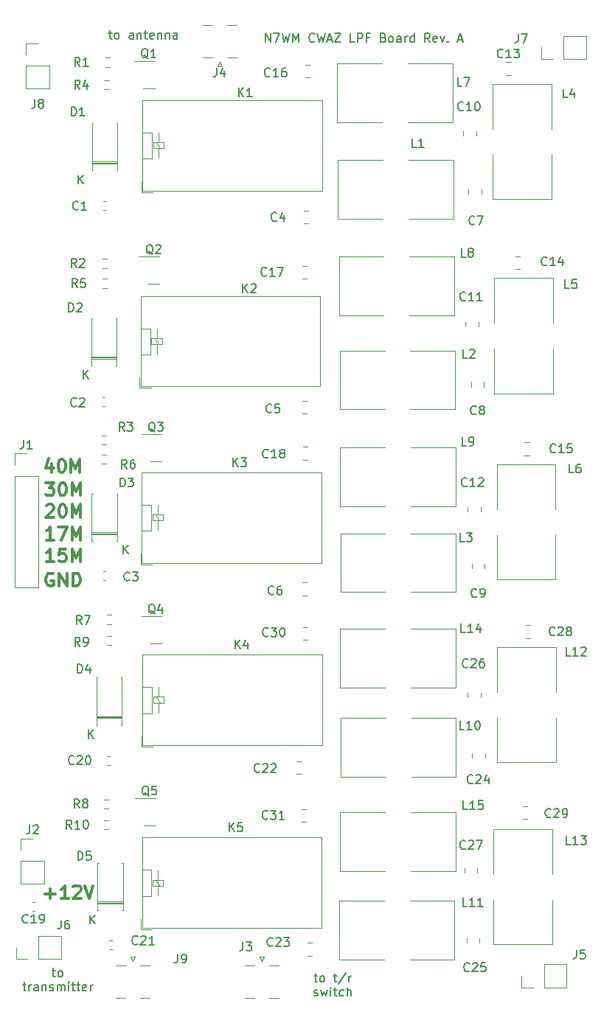
<source format=gbr>
%TF.GenerationSoftware,KiCad,Pcbnew,(6.0.2)*%
%TF.CreationDate,2022-11-12T12:21:54-08:00*%
%TF.ProjectId,cwaz_lpf,6377617a-5f6c-4706-962e-6b696361645f,rev?*%
%TF.SameCoordinates,Original*%
%TF.FileFunction,Legend,Top*%
%TF.FilePolarity,Positive*%
%FSLAX46Y46*%
G04 Gerber Fmt 4.6, Leading zero omitted, Abs format (unit mm)*
G04 Created by KiCad (PCBNEW (6.0.2)) date 2022-11-12 12:21:54*
%MOMM*%
%LPD*%
G01*
G04 APERTURE LIST*
%ADD10C,0.150000*%
%ADD11C,0.300000*%
%ADD12C,0.120000*%
G04 APERTURE END LIST*
D10*
X90848000Y-41533714D02*
X91228952Y-41533714D01*
X90990857Y-41200380D02*
X90990857Y-42057523D01*
X91038476Y-42152761D01*
X91133714Y-42200380D01*
X91228952Y-42200380D01*
X91705142Y-42200380D02*
X91609904Y-42152761D01*
X91562285Y-42105142D01*
X91514666Y-42009904D01*
X91514666Y-41724190D01*
X91562285Y-41628952D01*
X91609904Y-41581333D01*
X91705142Y-41533714D01*
X91848000Y-41533714D01*
X91943238Y-41581333D01*
X91990857Y-41628952D01*
X92038476Y-41724190D01*
X92038476Y-42009904D01*
X91990857Y-42105142D01*
X91943238Y-42152761D01*
X91848000Y-42200380D01*
X91705142Y-42200380D01*
X93657523Y-42200380D02*
X93657523Y-41676571D01*
X93609904Y-41581333D01*
X93514666Y-41533714D01*
X93324190Y-41533714D01*
X93228952Y-41581333D01*
X93657523Y-42152761D02*
X93562285Y-42200380D01*
X93324190Y-42200380D01*
X93228952Y-42152761D01*
X93181333Y-42057523D01*
X93181333Y-41962285D01*
X93228952Y-41867047D01*
X93324190Y-41819428D01*
X93562285Y-41819428D01*
X93657523Y-41771809D01*
X94133714Y-41533714D02*
X94133714Y-42200380D01*
X94133714Y-41628952D02*
X94181333Y-41581333D01*
X94276571Y-41533714D01*
X94419428Y-41533714D01*
X94514666Y-41581333D01*
X94562285Y-41676571D01*
X94562285Y-42200380D01*
X94895619Y-41533714D02*
X95276571Y-41533714D01*
X95038476Y-41200380D02*
X95038476Y-42057523D01*
X95086095Y-42152761D01*
X95181333Y-42200380D01*
X95276571Y-42200380D01*
X95990857Y-42152761D02*
X95895619Y-42200380D01*
X95705142Y-42200380D01*
X95609904Y-42152761D01*
X95562285Y-42057523D01*
X95562285Y-41676571D01*
X95609904Y-41581333D01*
X95705142Y-41533714D01*
X95895619Y-41533714D01*
X95990857Y-41581333D01*
X96038476Y-41676571D01*
X96038476Y-41771809D01*
X95562285Y-41867047D01*
X96467047Y-41533714D02*
X96467047Y-42200380D01*
X96467047Y-41628952D02*
X96514666Y-41581333D01*
X96609904Y-41533714D01*
X96752761Y-41533714D01*
X96848000Y-41581333D01*
X96895619Y-41676571D01*
X96895619Y-42200380D01*
X97371809Y-41533714D02*
X97371809Y-42200380D01*
X97371809Y-41628952D02*
X97419428Y-41581333D01*
X97514666Y-41533714D01*
X97657523Y-41533714D01*
X97752761Y-41581333D01*
X97800380Y-41676571D01*
X97800380Y-42200380D01*
X98705142Y-42200380D02*
X98705142Y-41676571D01*
X98657523Y-41581333D01*
X98562285Y-41533714D01*
X98371809Y-41533714D01*
X98276571Y-41581333D01*
X98705142Y-42152761D02*
X98609904Y-42200380D01*
X98371809Y-42200380D01*
X98276571Y-42152761D01*
X98228952Y-42057523D01*
X98228952Y-41962285D01*
X98276571Y-41867047D01*
X98371809Y-41819428D01*
X98609904Y-41819428D01*
X98705142Y-41771809D01*
D11*
X83700000Y-95821428D02*
X83771428Y-95750000D01*
X83914285Y-95678571D01*
X84271428Y-95678571D01*
X84414285Y-95750000D01*
X84485714Y-95821428D01*
X84557142Y-95964285D01*
X84557142Y-96107142D01*
X84485714Y-96321428D01*
X83628571Y-97178571D01*
X84557142Y-97178571D01*
X85485714Y-95678571D02*
X85628571Y-95678571D01*
X85771428Y-95750000D01*
X85842857Y-95821428D01*
X85914285Y-95964285D01*
X85985714Y-96250000D01*
X85985714Y-96607142D01*
X85914285Y-96892857D01*
X85842857Y-97035714D01*
X85771428Y-97107142D01*
X85628571Y-97178571D01*
X85485714Y-97178571D01*
X85342857Y-97107142D01*
X85271428Y-97035714D01*
X85200000Y-96892857D01*
X85128571Y-96607142D01*
X85128571Y-96250000D01*
X85200000Y-95964285D01*
X85271428Y-95821428D01*
X85342857Y-95750000D01*
X85485714Y-95678571D01*
X86628571Y-97178571D02*
X86628571Y-95678571D01*
X87128571Y-96750000D01*
X87628571Y-95678571D01*
X87628571Y-97178571D01*
X84557142Y-99778571D02*
X83700000Y-99778571D01*
X84128571Y-99778571D02*
X84128571Y-98278571D01*
X83985714Y-98492857D01*
X83842857Y-98635714D01*
X83700000Y-98707142D01*
X85057142Y-98278571D02*
X86057142Y-98278571D01*
X85414285Y-99778571D01*
X86628571Y-99778571D02*
X86628571Y-98278571D01*
X87128571Y-99350000D01*
X87628571Y-98278571D01*
X87628571Y-99778571D01*
X84457142Y-103650000D02*
X84314285Y-103578571D01*
X84100000Y-103578571D01*
X83885714Y-103650000D01*
X83742857Y-103792857D01*
X83671428Y-103935714D01*
X83600000Y-104221428D01*
X83600000Y-104435714D01*
X83671428Y-104721428D01*
X83742857Y-104864285D01*
X83885714Y-105007142D01*
X84100000Y-105078571D01*
X84242857Y-105078571D01*
X84457142Y-105007142D01*
X84528571Y-104935714D01*
X84528571Y-104435714D01*
X84242857Y-104435714D01*
X85171428Y-105078571D02*
X85171428Y-103578571D01*
X86028571Y-105078571D01*
X86028571Y-103578571D01*
X86742857Y-105078571D02*
X86742857Y-103578571D01*
X87100000Y-103578571D01*
X87314285Y-103650000D01*
X87457142Y-103792857D01*
X87528571Y-103935714D01*
X87600000Y-104221428D01*
X87600000Y-104435714D01*
X87528571Y-104721428D01*
X87457142Y-104864285D01*
X87314285Y-105007142D01*
X87100000Y-105078571D01*
X86742857Y-105078571D01*
D10*
X108859095Y-42581380D02*
X108859095Y-41581380D01*
X109430523Y-42581380D01*
X109430523Y-41581380D01*
X109811476Y-41581380D02*
X110478142Y-41581380D01*
X110049571Y-42581380D01*
X110763857Y-41581380D02*
X111001952Y-42581380D01*
X111192428Y-41867095D01*
X111382904Y-42581380D01*
X111621000Y-41581380D01*
X112001952Y-42581380D02*
X112001952Y-41581380D01*
X112335285Y-42295666D01*
X112668619Y-41581380D01*
X112668619Y-42581380D01*
X114478142Y-42486142D02*
X114430523Y-42533761D01*
X114287666Y-42581380D01*
X114192428Y-42581380D01*
X114049571Y-42533761D01*
X113954333Y-42438523D01*
X113906714Y-42343285D01*
X113859095Y-42152809D01*
X113859095Y-42009952D01*
X113906714Y-41819476D01*
X113954333Y-41724238D01*
X114049571Y-41629000D01*
X114192428Y-41581380D01*
X114287666Y-41581380D01*
X114430523Y-41629000D01*
X114478142Y-41676619D01*
X114811476Y-41581380D02*
X115049571Y-42581380D01*
X115240047Y-41867095D01*
X115430523Y-42581380D01*
X115668619Y-41581380D01*
X116001952Y-42295666D02*
X116478142Y-42295666D01*
X115906714Y-42581380D02*
X116240047Y-41581380D01*
X116573380Y-42581380D01*
X116811476Y-41581380D02*
X117478142Y-41581380D01*
X116811476Y-42581380D01*
X117478142Y-42581380D01*
X119097190Y-42581380D02*
X118621000Y-42581380D01*
X118621000Y-41581380D01*
X119430523Y-42581380D02*
X119430523Y-41581380D01*
X119811476Y-41581380D01*
X119906714Y-41629000D01*
X119954333Y-41676619D01*
X120001952Y-41771857D01*
X120001952Y-41914714D01*
X119954333Y-42009952D01*
X119906714Y-42057571D01*
X119811476Y-42105190D01*
X119430523Y-42105190D01*
X120763857Y-42057571D02*
X120430523Y-42057571D01*
X120430523Y-42581380D02*
X120430523Y-41581380D01*
X120906714Y-41581380D01*
X122382904Y-42057571D02*
X122525761Y-42105190D01*
X122573380Y-42152809D01*
X122621000Y-42248047D01*
X122621000Y-42390904D01*
X122573380Y-42486142D01*
X122525761Y-42533761D01*
X122430523Y-42581380D01*
X122049571Y-42581380D01*
X122049571Y-41581380D01*
X122382904Y-41581380D01*
X122478142Y-41629000D01*
X122525761Y-41676619D01*
X122573380Y-41771857D01*
X122573380Y-41867095D01*
X122525761Y-41962333D01*
X122478142Y-42009952D01*
X122382904Y-42057571D01*
X122049571Y-42057571D01*
X123192428Y-42581380D02*
X123097190Y-42533761D01*
X123049571Y-42486142D01*
X123001952Y-42390904D01*
X123001952Y-42105190D01*
X123049571Y-42009952D01*
X123097190Y-41962333D01*
X123192428Y-41914714D01*
X123335285Y-41914714D01*
X123430523Y-41962333D01*
X123478142Y-42009952D01*
X123525761Y-42105190D01*
X123525761Y-42390904D01*
X123478142Y-42486142D01*
X123430523Y-42533761D01*
X123335285Y-42581380D01*
X123192428Y-42581380D01*
X124382904Y-42581380D02*
X124382904Y-42057571D01*
X124335285Y-41962333D01*
X124240047Y-41914714D01*
X124049571Y-41914714D01*
X123954333Y-41962333D01*
X124382904Y-42533761D02*
X124287666Y-42581380D01*
X124049571Y-42581380D01*
X123954333Y-42533761D01*
X123906714Y-42438523D01*
X123906714Y-42343285D01*
X123954333Y-42248047D01*
X124049571Y-42200428D01*
X124287666Y-42200428D01*
X124382904Y-42152809D01*
X124859095Y-42581380D02*
X124859095Y-41914714D01*
X124859095Y-42105190D02*
X124906714Y-42009952D01*
X124954333Y-41962333D01*
X125049571Y-41914714D01*
X125144809Y-41914714D01*
X125906714Y-42581380D02*
X125906714Y-41581380D01*
X125906714Y-42533761D02*
X125811476Y-42581380D01*
X125621000Y-42581380D01*
X125525761Y-42533761D01*
X125478142Y-42486142D01*
X125430523Y-42390904D01*
X125430523Y-42105190D01*
X125478142Y-42009952D01*
X125525761Y-41962333D01*
X125621000Y-41914714D01*
X125811476Y-41914714D01*
X125906714Y-41962333D01*
X127716238Y-42581380D02*
X127382904Y-42105190D01*
X127144809Y-42581380D02*
X127144809Y-41581380D01*
X127525761Y-41581380D01*
X127621000Y-41629000D01*
X127668619Y-41676619D01*
X127716238Y-41771857D01*
X127716238Y-41914714D01*
X127668619Y-42009952D01*
X127621000Y-42057571D01*
X127525761Y-42105190D01*
X127144809Y-42105190D01*
X128525761Y-42533761D02*
X128430523Y-42581380D01*
X128240047Y-42581380D01*
X128144809Y-42533761D01*
X128097190Y-42438523D01*
X128097190Y-42057571D01*
X128144809Y-41962333D01*
X128240047Y-41914714D01*
X128430523Y-41914714D01*
X128525761Y-41962333D01*
X128573380Y-42057571D01*
X128573380Y-42152809D01*
X128097190Y-42248047D01*
X128906714Y-41914714D02*
X129144809Y-42581380D01*
X129382904Y-41914714D01*
X129763857Y-42486142D02*
X129811476Y-42533761D01*
X129763857Y-42581380D01*
X129716238Y-42533761D01*
X129763857Y-42486142D01*
X129763857Y-42581380D01*
X130954333Y-42295666D02*
X131430523Y-42295666D01*
X130859095Y-42581380D02*
X131192428Y-41581380D01*
X131525761Y-42581380D01*
X84357142Y-149280714D02*
X84738095Y-149280714D01*
X84500000Y-148947380D02*
X84500000Y-149804523D01*
X84547619Y-149899761D01*
X84642857Y-149947380D01*
X84738095Y-149947380D01*
X85214285Y-149947380D02*
X85119047Y-149899761D01*
X85071428Y-149852142D01*
X85023809Y-149756904D01*
X85023809Y-149471190D01*
X85071428Y-149375952D01*
X85119047Y-149328333D01*
X85214285Y-149280714D01*
X85357142Y-149280714D01*
X85452380Y-149328333D01*
X85500000Y-149375952D01*
X85547619Y-149471190D01*
X85547619Y-149756904D01*
X85500000Y-149852142D01*
X85452380Y-149899761D01*
X85357142Y-149947380D01*
X85214285Y-149947380D01*
X80976190Y-150890714D02*
X81357142Y-150890714D01*
X81119047Y-150557380D02*
X81119047Y-151414523D01*
X81166666Y-151509761D01*
X81261904Y-151557380D01*
X81357142Y-151557380D01*
X81690476Y-151557380D02*
X81690476Y-150890714D01*
X81690476Y-151081190D02*
X81738095Y-150985952D01*
X81785714Y-150938333D01*
X81880952Y-150890714D01*
X81976190Y-150890714D01*
X82738095Y-151557380D02*
X82738095Y-151033571D01*
X82690476Y-150938333D01*
X82595238Y-150890714D01*
X82404761Y-150890714D01*
X82309523Y-150938333D01*
X82738095Y-151509761D02*
X82642857Y-151557380D01*
X82404761Y-151557380D01*
X82309523Y-151509761D01*
X82261904Y-151414523D01*
X82261904Y-151319285D01*
X82309523Y-151224047D01*
X82404761Y-151176428D01*
X82642857Y-151176428D01*
X82738095Y-151128809D01*
X83214285Y-150890714D02*
X83214285Y-151557380D01*
X83214285Y-150985952D02*
X83261904Y-150938333D01*
X83357142Y-150890714D01*
X83500000Y-150890714D01*
X83595238Y-150938333D01*
X83642857Y-151033571D01*
X83642857Y-151557380D01*
X84071428Y-151509761D02*
X84166666Y-151557380D01*
X84357142Y-151557380D01*
X84452380Y-151509761D01*
X84500000Y-151414523D01*
X84500000Y-151366904D01*
X84452380Y-151271666D01*
X84357142Y-151224047D01*
X84214285Y-151224047D01*
X84119047Y-151176428D01*
X84071428Y-151081190D01*
X84071428Y-151033571D01*
X84119047Y-150938333D01*
X84214285Y-150890714D01*
X84357142Y-150890714D01*
X84452380Y-150938333D01*
X84928571Y-151557380D02*
X84928571Y-150890714D01*
X84928571Y-150985952D02*
X84976190Y-150938333D01*
X85071428Y-150890714D01*
X85214285Y-150890714D01*
X85309523Y-150938333D01*
X85357142Y-151033571D01*
X85357142Y-151557380D01*
X85357142Y-151033571D02*
X85404761Y-150938333D01*
X85500000Y-150890714D01*
X85642857Y-150890714D01*
X85738095Y-150938333D01*
X85785714Y-151033571D01*
X85785714Y-151557380D01*
X86261904Y-151557380D02*
X86261904Y-150890714D01*
X86261904Y-150557380D02*
X86214285Y-150605000D01*
X86261904Y-150652619D01*
X86309523Y-150605000D01*
X86261904Y-150557380D01*
X86261904Y-150652619D01*
X86595238Y-150890714D02*
X86976190Y-150890714D01*
X86738095Y-150557380D02*
X86738095Y-151414523D01*
X86785714Y-151509761D01*
X86880952Y-151557380D01*
X86976190Y-151557380D01*
X87166666Y-150890714D02*
X87547619Y-150890714D01*
X87309523Y-150557380D02*
X87309523Y-151414523D01*
X87357142Y-151509761D01*
X87452380Y-151557380D01*
X87547619Y-151557380D01*
X88261904Y-151509761D02*
X88166666Y-151557380D01*
X87976190Y-151557380D01*
X87880952Y-151509761D01*
X87833333Y-151414523D01*
X87833333Y-151033571D01*
X87880952Y-150938333D01*
X87976190Y-150890714D01*
X88166666Y-150890714D01*
X88261904Y-150938333D01*
X88309523Y-151033571D01*
X88309523Y-151128809D01*
X87833333Y-151224047D01*
X88738095Y-151557380D02*
X88738095Y-150890714D01*
X88738095Y-151081190D02*
X88785714Y-150985952D01*
X88833333Y-150938333D01*
X88928571Y-150890714D01*
X89023809Y-150890714D01*
D11*
X84314285Y-90978571D02*
X84314285Y-91978571D01*
X83957142Y-90407142D02*
X83600000Y-91478571D01*
X84528571Y-91478571D01*
X85385714Y-90478571D02*
X85528571Y-90478571D01*
X85671428Y-90550000D01*
X85742857Y-90621428D01*
X85814285Y-90764285D01*
X85885714Y-91050000D01*
X85885714Y-91407142D01*
X85814285Y-91692857D01*
X85742857Y-91835714D01*
X85671428Y-91907142D01*
X85528571Y-91978571D01*
X85385714Y-91978571D01*
X85242857Y-91907142D01*
X85171428Y-91835714D01*
X85100000Y-91692857D01*
X85028571Y-91407142D01*
X85028571Y-91050000D01*
X85100000Y-90764285D01*
X85171428Y-90621428D01*
X85242857Y-90550000D01*
X85385714Y-90478571D01*
X86528571Y-91978571D02*
X86528571Y-90478571D01*
X87028571Y-91550000D01*
X87528571Y-90478571D01*
X87528571Y-91978571D01*
X83569142Y-140407142D02*
X84712000Y-140407142D01*
X84140571Y-140978571D02*
X84140571Y-139835714D01*
X86212000Y-140978571D02*
X85354857Y-140978571D01*
X85783428Y-140978571D02*
X85783428Y-139478571D01*
X85640571Y-139692857D01*
X85497714Y-139835714D01*
X85354857Y-139907142D01*
X86783428Y-139621428D02*
X86854857Y-139550000D01*
X86997714Y-139478571D01*
X87354857Y-139478571D01*
X87497714Y-139550000D01*
X87569142Y-139621428D01*
X87640571Y-139764285D01*
X87640571Y-139907142D01*
X87569142Y-140121428D01*
X86712000Y-140978571D01*
X87640571Y-140978571D01*
X88069142Y-139478571D02*
X88569142Y-140978571D01*
X89069142Y-139478571D01*
X84557142Y-102278571D02*
X83700000Y-102278571D01*
X84128571Y-102278571D02*
X84128571Y-100778571D01*
X83985714Y-100992857D01*
X83842857Y-101135714D01*
X83700000Y-101207142D01*
X85914285Y-100778571D02*
X85200000Y-100778571D01*
X85128571Y-101492857D01*
X85200000Y-101421428D01*
X85342857Y-101350000D01*
X85700000Y-101350000D01*
X85842857Y-101421428D01*
X85914285Y-101492857D01*
X85985714Y-101635714D01*
X85985714Y-101992857D01*
X85914285Y-102135714D01*
X85842857Y-102207142D01*
X85700000Y-102278571D01*
X85342857Y-102278571D01*
X85200000Y-102207142D01*
X85128571Y-102135714D01*
X86628571Y-102278571D02*
X86628571Y-100778571D01*
X87128571Y-101850000D01*
X87628571Y-100778571D01*
X87628571Y-102278571D01*
D10*
X114422142Y-149880714D02*
X114803095Y-149880714D01*
X114565000Y-149547380D02*
X114565000Y-150404523D01*
X114612619Y-150499761D01*
X114707857Y-150547380D01*
X114803095Y-150547380D01*
X115279285Y-150547380D02*
X115184047Y-150499761D01*
X115136428Y-150452142D01*
X115088809Y-150356904D01*
X115088809Y-150071190D01*
X115136428Y-149975952D01*
X115184047Y-149928333D01*
X115279285Y-149880714D01*
X115422142Y-149880714D01*
X115517380Y-149928333D01*
X115565000Y-149975952D01*
X115612619Y-150071190D01*
X115612619Y-150356904D01*
X115565000Y-150452142D01*
X115517380Y-150499761D01*
X115422142Y-150547380D01*
X115279285Y-150547380D01*
X116660238Y-149880714D02*
X117041190Y-149880714D01*
X116803095Y-149547380D02*
X116803095Y-150404523D01*
X116850714Y-150499761D01*
X116945952Y-150547380D01*
X117041190Y-150547380D01*
X118088809Y-149499761D02*
X117231666Y-150785476D01*
X118422142Y-150547380D02*
X118422142Y-149880714D01*
X118422142Y-150071190D02*
X118469761Y-149975952D01*
X118517380Y-149928333D01*
X118612619Y-149880714D01*
X118707857Y-149880714D01*
X114422142Y-152109761D02*
X114517380Y-152157380D01*
X114707857Y-152157380D01*
X114803095Y-152109761D01*
X114850714Y-152014523D01*
X114850714Y-151966904D01*
X114803095Y-151871666D01*
X114707857Y-151824047D01*
X114565000Y-151824047D01*
X114469761Y-151776428D01*
X114422142Y-151681190D01*
X114422142Y-151633571D01*
X114469761Y-151538333D01*
X114565000Y-151490714D01*
X114707857Y-151490714D01*
X114803095Y-151538333D01*
X115184047Y-151490714D02*
X115374523Y-152157380D01*
X115565000Y-151681190D01*
X115755476Y-152157380D01*
X115945952Y-151490714D01*
X116326904Y-152157380D02*
X116326904Y-151490714D01*
X116326904Y-151157380D02*
X116279285Y-151205000D01*
X116326904Y-151252619D01*
X116374523Y-151205000D01*
X116326904Y-151157380D01*
X116326904Y-151252619D01*
X116660238Y-151490714D02*
X117041190Y-151490714D01*
X116803095Y-151157380D02*
X116803095Y-152014523D01*
X116850714Y-152109761D01*
X116945952Y-152157380D01*
X117041190Y-152157380D01*
X117803095Y-152109761D02*
X117707857Y-152157380D01*
X117517380Y-152157380D01*
X117422142Y-152109761D01*
X117374523Y-152062142D01*
X117326904Y-151966904D01*
X117326904Y-151681190D01*
X117374523Y-151585952D01*
X117422142Y-151538333D01*
X117517380Y-151490714D01*
X117707857Y-151490714D01*
X117803095Y-151538333D01*
X118231666Y-152157380D02*
X118231666Y-151157380D01*
X118660238Y-152157380D02*
X118660238Y-151633571D01*
X118612619Y-151538333D01*
X118517380Y-151490714D01*
X118374523Y-151490714D01*
X118279285Y-151538333D01*
X118231666Y-151585952D01*
D11*
X83628571Y-93178571D02*
X84557142Y-93178571D01*
X84057142Y-93750000D01*
X84271428Y-93750000D01*
X84414285Y-93821428D01*
X84485714Y-93892857D01*
X84557142Y-94035714D01*
X84557142Y-94392857D01*
X84485714Y-94535714D01*
X84414285Y-94607142D01*
X84271428Y-94678571D01*
X83842857Y-94678571D01*
X83700000Y-94607142D01*
X83628571Y-94535714D01*
X85485714Y-93178571D02*
X85628571Y-93178571D01*
X85771428Y-93250000D01*
X85842857Y-93321428D01*
X85914285Y-93464285D01*
X85985714Y-93750000D01*
X85985714Y-94107142D01*
X85914285Y-94392857D01*
X85842857Y-94535714D01*
X85771428Y-94607142D01*
X85628571Y-94678571D01*
X85485714Y-94678571D01*
X85342857Y-94607142D01*
X85271428Y-94535714D01*
X85200000Y-94392857D01*
X85128571Y-94107142D01*
X85128571Y-93750000D01*
X85200000Y-93464285D01*
X85271428Y-93321428D01*
X85342857Y-93250000D01*
X85485714Y-93178571D01*
X86628571Y-94678571D02*
X86628571Y-93178571D01*
X87128571Y-94250000D01*
X87628571Y-93178571D01*
X87628571Y-94678571D01*
D10*
%TO.C,D5*%
X87299404Y-136552380D02*
X87299404Y-135552380D01*
X87537500Y-135552380D01*
X87680357Y-135600000D01*
X87775595Y-135695238D01*
X87823214Y-135790476D01*
X87870833Y-135980952D01*
X87870833Y-136123809D01*
X87823214Y-136314285D01*
X87775595Y-136409523D01*
X87680357Y-136504761D01*
X87537500Y-136552380D01*
X87299404Y-136552380D01*
X88775595Y-135552380D02*
X88299404Y-135552380D01*
X88251785Y-136028571D01*
X88299404Y-135980952D01*
X88394642Y-135933333D01*
X88632738Y-135933333D01*
X88727976Y-135980952D01*
X88775595Y-136028571D01*
X88823214Y-136123809D01*
X88823214Y-136361904D01*
X88775595Y-136457142D01*
X88727976Y-136504761D01*
X88632738Y-136552380D01*
X88394642Y-136552380D01*
X88299404Y-136504761D01*
X88251785Y-136457142D01*
X88675595Y-143862380D02*
X88675595Y-142862380D01*
X89247023Y-143862380D02*
X88818452Y-143290952D01*
X89247023Y-142862380D02*
X88675595Y-143433809D01*
%TO.C,C5*%
X109533333Y-85057142D02*
X109485714Y-85104761D01*
X109342857Y-85152380D01*
X109247619Y-85152380D01*
X109104761Y-85104761D01*
X109009523Y-85009523D01*
X108961904Y-84914285D01*
X108914285Y-84723809D01*
X108914285Y-84580952D01*
X108961904Y-84390476D01*
X109009523Y-84295238D01*
X109104761Y-84200000D01*
X109247619Y-84152380D01*
X109342857Y-84152380D01*
X109485714Y-84200000D01*
X109533333Y-84247619D01*
X110438095Y-84152380D02*
X109961904Y-84152380D01*
X109914285Y-84628571D01*
X109961904Y-84580952D01*
X110057142Y-84533333D01*
X110295238Y-84533333D01*
X110390476Y-84580952D01*
X110438095Y-84628571D01*
X110485714Y-84723809D01*
X110485714Y-84961904D01*
X110438095Y-85057142D01*
X110390476Y-85104761D01*
X110295238Y-85152380D01*
X110057142Y-85152380D01*
X109961904Y-85104761D01*
X109914285Y-85057142D01*
%TO.C,Q1*%
X95367261Y-44447619D02*
X95272023Y-44400000D01*
X95176785Y-44304761D01*
X95033928Y-44161904D01*
X94938690Y-44114285D01*
X94843452Y-44114285D01*
X94891071Y-44352380D02*
X94795833Y-44304761D01*
X94700595Y-44209523D01*
X94652976Y-44019047D01*
X94652976Y-43685714D01*
X94700595Y-43495238D01*
X94795833Y-43400000D01*
X94891071Y-43352380D01*
X95081547Y-43352380D01*
X95176785Y-43400000D01*
X95272023Y-43495238D01*
X95319642Y-43685714D01*
X95319642Y-44019047D01*
X95272023Y-44209523D01*
X95176785Y-44304761D01*
X95081547Y-44352380D01*
X94891071Y-44352380D01*
X96272023Y-44352380D02*
X95700595Y-44352380D01*
X95986309Y-44352380D02*
X95986309Y-43352380D01*
X95891071Y-43495238D01*
X95795833Y-43590476D01*
X95700595Y-43638095D01*
%TO.C,R2*%
X87133333Y-68452380D02*
X86800000Y-67976190D01*
X86561904Y-68452380D02*
X86561904Y-67452380D01*
X86942857Y-67452380D01*
X87038095Y-67500000D01*
X87085714Y-67547619D01*
X87133333Y-67642857D01*
X87133333Y-67785714D01*
X87085714Y-67880952D01*
X87038095Y-67928571D01*
X86942857Y-67976190D01*
X86561904Y-67976190D01*
X87514285Y-67547619D02*
X87561904Y-67500000D01*
X87657142Y-67452380D01*
X87895238Y-67452380D01*
X87990476Y-67500000D01*
X88038095Y-67547619D01*
X88085714Y-67642857D01*
X88085714Y-67738095D01*
X88038095Y-67880952D01*
X87466666Y-68452380D01*
X88085714Y-68452380D01*
%TO.C,R1*%
X87533333Y-45352380D02*
X87200000Y-44876190D01*
X86961904Y-45352380D02*
X86961904Y-44352380D01*
X87342857Y-44352380D01*
X87438095Y-44400000D01*
X87485714Y-44447619D01*
X87533333Y-44542857D01*
X87533333Y-44685714D01*
X87485714Y-44780952D01*
X87438095Y-44828571D01*
X87342857Y-44876190D01*
X86961904Y-44876190D01*
X88485714Y-45352380D02*
X87914285Y-45352380D01*
X88200000Y-45352380D02*
X88200000Y-44352380D01*
X88104761Y-44495238D01*
X88009523Y-44590476D01*
X87914285Y-44638095D01*
%TO.C,Q3*%
X96167261Y-87347619D02*
X96072023Y-87300000D01*
X95976785Y-87204761D01*
X95833928Y-87061904D01*
X95738690Y-87014285D01*
X95643452Y-87014285D01*
X95691071Y-87252380D02*
X95595833Y-87204761D01*
X95500595Y-87109523D01*
X95452976Y-86919047D01*
X95452976Y-86585714D01*
X95500595Y-86395238D01*
X95595833Y-86300000D01*
X95691071Y-86252380D01*
X95881547Y-86252380D01*
X95976785Y-86300000D01*
X96072023Y-86395238D01*
X96119642Y-86585714D01*
X96119642Y-86919047D01*
X96072023Y-87109523D01*
X95976785Y-87204761D01*
X95881547Y-87252380D01*
X95691071Y-87252380D01*
X96452976Y-86252380D02*
X97072023Y-86252380D01*
X96738690Y-86633333D01*
X96881547Y-86633333D01*
X96976785Y-86680952D01*
X97024404Y-86728571D01*
X97072023Y-86823809D01*
X97072023Y-87061904D01*
X97024404Y-87157142D01*
X96976785Y-87204761D01*
X96881547Y-87252380D01*
X96595833Y-87252380D01*
X96500595Y-87204761D01*
X96452976Y-87157142D01*
%TO.C,C8*%
X133033333Y-85257142D02*
X132985714Y-85304761D01*
X132842857Y-85352380D01*
X132747619Y-85352380D01*
X132604761Y-85304761D01*
X132509523Y-85209523D01*
X132461904Y-85114285D01*
X132414285Y-84923809D01*
X132414285Y-84780952D01*
X132461904Y-84590476D01*
X132509523Y-84495238D01*
X132604761Y-84400000D01*
X132747619Y-84352380D01*
X132842857Y-84352380D01*
X132985714Y-84400000D01*
X133033333Y-84447619D01*
X133604761Y-84780952D02*
X133509523Y-84733333D01*
X133461904Y-84685714D01*
X133414285Y-84590476D01*
X133414285Y-84542857D01*
X133461904Y-84447619D01*
X133509523Y-84400000D01*
X133604761Y-84352380D01*
X133795238Y-84352380D01*
X133890476Y-84400000D01*
X133938095Y-84447619D01*
X133985714Y-84542857D01*
X133985714Y-84590476D01*
X133938095Y-84685714D01*
X133890476Y-84733333D01*
X133795238Y-84780952D01*
X133604761Y-84780952D01*
X133509523Y-84828571D01*
X133461904Y-84876190D01*
X133414285Y-84971428D01*
X133414285Y-85161904D01*
X133461904Y-85257142D01*
X133509523Y-85304761D01*
X133604761Y-85352380D01*
X133795238Y-85352380D01*
X133890476Y-85304761D01*
X133938095Y-85257142D01*
X133985714Y-85161904D01*
X133985714Y-84971428D01*
X133938095Y-84876190D01*
X133890476Y-84828571D01*
X133795238Y-84780952D01*
%TO.C,R5*%
X87233333Y-70752380D02*
X86900000Y-70276190D01*
X86661904Y-70752380D02*
X86661904Y-69752380D01*
X87042857Y-69752380D01*
X87138095Y-69800000D01*
X87185714Y-69847619D01*
X87233333Y-69942857D01*
X87233333Y-70085714D01*
X87185714Y-70180952D01*
X87138095Y-70228571D01*
X87042857Y-70276190D01*
X86661904Y-70276190D01*
X88138095Y-69752380D02*
X87661904Y-69752380D01*
X87614285Y-70228571D01*
X87661904Y-70180952D01*
X87757142Y-70133333D01*
X87995238Y-70133333D01*
X88090476Y-70180952D01*
X88138095Y-70228571D01*
X88185714Y-70323809D01*
X88185714Y-70561904D01*
X88138095Y-70657142D01*
X88090476Y-70704761D01*
X87995238Y-70752380D01*
X87757142Y-70752380D01*
X87661904Y-70704761D01*
X87614285Y-70657142D01*
%TO.C,J8*%
X82366666Y-49152380D02*
X82366666Y-49866666D01*
X82319047Y-50009523D01*
X82223809Y-50104761D01*
X82080952Y-50152380D01*
X81985714Y-50152380D01*
X82985714Y-49580952D02*
X82890476Y-49533333D01*
X82842857Y-49485714D01*
X82795238Y-49390476D01*
X82795238Y-49342857D01*
X82842857Y-49247619D01*
X82890476Y-49200000D01*
X82985714Y-49152380D01*
X83176190Y-49152380D01*
X83271428Y-49200000D01*
X83319047Y-49247619D01*
X83366666Y-49342857D01*
X83366666Y-49390476D01*
X83319047Y-49485714D01*
X83271428Y-49533333D01*
X83176190Y-49580952D01*
X82985714Y-49580952D01*
X82890476Y-49628571D01*
X82842857Y-49676190D01*
X82795238Y-49771428D01*
X82795238Y-49961904D01*
X82842857Y-50057142D01*
X82890476Y-50104761D01*
X82985714Y-50152380D01*
X83176190Y-50152380D01*
X83271428Y-50104761D01*
X83319047Y-50057142D01*
X83366666Y-49961904D01*
X83366666Y-49771428D01*
X83319047Y-49676190D01*
X83271428Y-49628571D01*
X83176190Y-49580952D01*
%TO.C,K2*%
X106261904Y-71352380D02*
X106261904Y-70352380D01*
X106833333Y-71352380D02*
X106404761Y-70780952D01*
X106833333Y-70352380D02*
X106261904Y-70923809D01*
X107214285Y-70447619D02*
X107261904Y-70400000D01*
X107357142Y-70352380D01*
X107595238Y-70352380D01*
X107690476Y-70400000D01*
X107738095Y-70447619D01*
X107785714Y-70542857D01*
X107785714Y-70638095D01*
X107738095Y-70780952D01*
X107166666Y-71352380D01*
X107785714Y-71352380D01*
%TO.C,L3*%
X131695833Y-99952380D02*
X131219642Y-99952380D01*
X131219642Y-98952380D01*
X131933928Y-98952380D02*
X132552976Y-98952380D01*
X132219642Y-99333333D01*
X132362500Y-99333333D01*
X132457738Y-99380952D01*
X132505357Y-99428571D01*
X132552976Y-99523809D01*
X132552976Y-99761904D01*
X132505357Y-99857142D01*
X132457738Y-99904761D01*
X132362500Y-99952380D01*
X132076785Y-99952380D01*
X131981547Y-99904761D01*
X131933928Y-99857142D01*
%TO.C,D1*%
X86561904Y-51052380D02*
X86561904Y-50052380D01*
X86800000Y-50052380D01*
X86942857Y-50100000D01*
X87038095Y-50195238D01*
X87085714Y-50290476D01*
X87133333Y-50480952D01*
X87133333Y-50623809D01*
X87085714Y-50814285D01*
X87038095Y-50909523D01*
X86942857Y-51004761D01*
X86800000Y-51052380D01*
X86561904Y-51052380D01*
X88085714Y-51052380D02*
X87514285Y-51052380D01*
X87800000Y-51052380D02*
X87800000Y-50052380D01*
X87704761Y-50195238D01*
X87609523Y-50290476D01*
X87514285Y-50338095D01*
X87338095Y-58852380D02*
X87338095Y-57852380D01*
X87909523Y-58852380D02*
X87480952Y-58280952D01*
X87909523Y-57852380D02*
X87338095Y-58423809D01*
%TO.C,J2*%
X81766666Y-132522380D02*
X81766666Y-133236666D01*
X81719047Y-133379523D01*
X81623809Y-133474761D01*
X81480952Y-133522380D01*
X81385714Y-133522380D01*
X82195238Y-132617619D02*
X82242857Y-132570000D01*
X82338095Y-132522380D01*
X82576190Y-132522380D01*
X82671428Y-132570000D01*
X82719047Y-132617619D01*
X82766666Y-132712857D01*
X82766666Y-132808095D01*
X82719047Y-132950952D01*
X82147619Y-133522380D01*
X82766666Y-133522380D01*
%TO.C,C19*%
X81557142Y-143687142D02*
X81509523Y-143734761D01*
X81366666Y-143782380D01*
X81271428Y-143782380D01*
X81128571Y-143734761D01*
X81033333Y-143639523D01*
X80985714Y-143544285D01*
X80938095Y-143353809D01*
X80938095Y-143210952D01*
X80985714Y-143020476D01*
X81033333Y-142925238D01*
X81128571Y-142830000D01*
X81271428Y-142782380D01*
X81366666Y-142782380D01*
X81509523Y-142830000D01*
X81557142Y-142877619D01*
X82509523Y-143782380D02*
X81938095Y-143782380D01*
X82223809Y-143782380D02*
X82223809Y-142782380D01*
X82128571Y-142925238D01*
X82033333Y-143020476D01*
X81938095Y-143068095D01*
X82985714Y-143782380D02*
X83176190Y-143782380D01*
X83271428Y-143734761D01*
X83319047Y-143687142D01*
X83414285Y-143544285D01*
X83461904Y-143353809D01*
X83461904Y-142972857D01*
X83414285Y-142877619D01*
X83366666Y-142830000D01*
X83271428Y-142782380D01*
X83080952Y-142782380D01*
X82985714Y-142830000D01*
X82938095Y-142877619D01*
X82890476Y-142972857D01*
X82890476Y-143210952D01*
X82938095Y-143306190D01*
X82985714Y-143353809D01*
X83080952Y-143401428D01*
X83271428Y-143401428D01*
X83366666Y-143353809D01*
X83414285Y-143306190D01*
X83461904Y-143210952D01*
%TO.C,K4*%
X105361904Y-112252380D02*
X105361904Y-111252380D01*
X105933333Y-112252380D02*
X105504761Y-111680952D01*
X105933333Y-111252380D02*
X105361904Y-111823809D01*
X106790476Y-111585714D02*
X106790476Y-112252380D01*
X106552380Y-111204761D02*
X106314285Y-111919047D01*
X106933333Y-111919047D01*
%TO.C,L13*%
X143857142Y-134752380D02*
X143380952Y-134752380D01*
X143380952Y-133752380D01*
X144714285Y-134752380D02*
X144142857Y-134752380D01*
X144428571Y-134752380D02*
X144428571Y-133752380D01*
X144333333Y-133895238D01*
X144238095Y-133990476D01*
X144142857Y-134038095D01*
X145047619Y-133752380D02*
X145666666Y-133752380D01*
X145333333Y-134133333D01*
X145476190Y-134133333D01*
X145571428Y-134180952D01*
X145619047Y-134228571D01*
X145666666Y-134323809D01*
X145666666Y-134561904D01*
X145619047Y-134657142D01*
X145571428Y-134704761D01*
X145476190Y-134752380D01*
X145190476Y-134752380D01*
X145095238Y-134704761D01*
X145047619Y-134657142D01*
%TO.C,Q4*%
X96167261Y-108247619D02*
X96072023Y-108200000D01*
X95976785Y-108104761D01*
X95833928Y-107961904D01*
X95738690Y-107914285D01*
X95643452Y-107914285D01*
X95691071Y-108152380D02*
X95595833Y-108104761D01*
X95500595Y-108009523D01*
X95452976Y-107819047D01*
X95452976Y-107485714D01*
X95500595Y-107295238D01*
X95595833Y-107200000D01*
X95691071Y-107152380D01*
X95881547Y-107152380D01*
X95976785Y-107200000D01*
X96072023Y-107295238D01*
X96119642Y-107485714D01*
X96119642Y-107819047D01*
X96072023Y-108009523D01*
X95976785Y-108104761D01*
X95881547Y-108152380D01*
X95691071Y-108152380D01*
X96976785Y-107485714D02*
X96976785Y-108152380D01*
X96738690Y-107104761D02*
X96500595Y-107819047D01*
X97119642Y-107819047D01*
%TO.C,C17*%
X108957142Y-69357142D02*
X108909523Y-69404761D01*
X108766666Y-69452380D01*
X108671428Y-69452380D01*
X108528571Y-69404761D01*
X108433333Y-69309523D01*
X108385714Y-69214285D01*
X108338095Y-69023809D01*
X108338095Y-68880952D01*
X108385714Y-68690476D01*
X108433333Y-68595238D01*
X108528571Y-68500000D01*
X108671428Y-68452380D01*
X108766666Y-68452380D01*
X108909523Y-68500000D01*
X108957142Y-68547619D01*
X109909523Y-69452380D02*
X109338095Y-69452380D01*
X109623809Y-69452380D02*
X109623809Y-68452380D01*
X109528571Y-68595238D01*
X109433333Y-68690476D01*
X109338095Y-68738095D01*
X110242857Y-68452380D02*
X110909523Y-68452380D01*
X110480952Y-69452380D01*
%TO.C,R3*%
X92633333Y-87252380D02*
X92300000Y-86776190D01*
X92061904Y-87252380D02*
X92061904Y-86252380D01*
X92442857Y-86252380D01*
X92538095Y-86300000D01*
X92585714Y-86347619D01*
X92633333Y-86442857D01*
X92633333Y-86585714D01*
X92585714Y-86680952D01*
X92538095Y-86728571D01*
X92442857Y-86776190D01*
X92061904Y-86776190D01*
X92966666Y-86252380D02*
X93585714Y-86252380D01*
X93252380Y-86633333D01*
X93395238Y-86633333D01*
X93490476Y-86680952D01*
X93538095Y-86728571D01*
X93585714Y-86823809D01*
X93585714Y-87061904D01*
X93538095Y-87157142D01*
X93490476Y-87204761D01*
X93395238Y-87252380D01*
X93109523Y-87252380D01*
X93014285Y-87204761D01*
X92966666Y-87157142D01*
%TO.C,K3*%
X105124404Y-91352380D02*
X105124404Y-90352380D01*
X105695833Y-91352380D02*
X105267261Y-90780952D01*
X105695833Y-90352380D02*
X105124404Y-90923809D01*
X106029166Y-90352380D02*
X106648214Y-90352380D01*
X106314880Y-90733333D01*
X106457738Y-90733333D01*
X106552976Y-90780952D01*
X106600595Y-90828571D01*
X106648214Y-90923809D01*
X106648214Y-91161904D01*
X106600595Y-91257142D01*
X106552976Y-91304761D01*
X106457738Y-91352380D01*
X106172023Y-91352380D01*
X106076785Y-91304761D01*
X106029166Y-91257142D01*
%TO.C,C21*%
X94157142Y-146157142D02*
X94109523Y-146204761D01*
X93966666Y-146252380D01*
X93871428Y-146252380D01*
X93728571Y-146204761D01*
X93633333Y-146109523D01*
X93585714Y-146014285D01*
X93538095Y-145823809D01*
X93538095Y-145680952D01*
X93585714Y-145490476D01*
X93633333Y-145395238D01*
X93728571Y-145300000D01*
X93871428Y-145252380D01*
X93966666Y-145252380D01*
X94109523Y-145300000D01*
X94157142Y-145347619D01*
X94538095Y-145347619D02*
X94585714Y-145300000D01*
X94680952Y-145252380D01*
X94919047Y-145252380D01*
X95014285Y-145300000D01*
X95061904Y-145347619D01*
X95109523Y-145442857D01*
X95109523Y-145538095D01*
X95061904Y-145680952D01*
X94490476Y-146252380D01*
X95109523Y-146252380D01*
X96061904Y-146252380D02*
X95490476Y-146252380D01*
X95776190Y-146252380D02*
X95776190Y-145252380D01*
X95680952Y-145395238D01*
X95585714Y-145490476D01*
X95490476Y-145538095D01*
%TO.C,K1*%
X105761904Y-48852380D02*
X105761904Y-47852380D01*
X106333333Y-48852380D02*
X105904761Y-48280952D01*
X106333333Y-47852380D02*
X105761904Y-48423809D01*
X107285714Y-48852380D02*
X106714285Y-48852380D01*
X107000000Y-48852380D02*
X107000000Y-47852380D01*
X106904761Y-47995238D01*
X106809523Y-48090476D01*
X106714285Y-48138095D01*
%TO.C,J9*%
X98766666Y-147352380D02*
X98766666Y-148066666D01*
X98719047Y-148209523D01*
X98623809Y-148304761D01*
X98480952Y-148352380D01*
X98385714Y-148352380D01*
X99290476Y-148352380D02*
X99480952Y-148352380D01*
X99576190Y-148304761D01*
X99623809Y-148257142D01*
X99719047Y-148114285D01*
X99766666Y-147923809D01*
X99766666Y-147542857D01*
X99719047Y-147447619D01*
X99671428Y-147400000D01*
X99576190Y-147352380D01*
X99385714Y-147352380D01*
X99290476Y-147400000D01*
X99242857Y-147447619D01*
X99195238Y-147542857D01*
X99195238Y-147780952D01*
X99242857Y-147876190D01*
X99290476Y-147923809D01*
X99385714Y-147971428D01*
X99576190Y-147971428D01*
X99671428Y-147923809D01*
X99719047Y-147876190D01*
X99766666Y-147780952D01*
%TO.C,Q5*%
X95442261Y-129147619D02*
X95347023Y-129100000D01*
X95251785Y-129004761D01*
X95108928Y-128861904D01*
X95013690Y-128814285D01*
X94918452Y-128814285D01*
X94966071Y-129052380D02*
X94870833Y-129004761D01*
X94775595Y-128909523D01*
X94727976Y-128719047D01*
X94727976Y-128385714D01*
X94775595Y-128195238D01*
X94870833Y-128100000D01*
X94966071Y-128052380D01*
X95156547Y-128052380D01*
X95251785Y-128100000D01*
X95347023Y-128195238D01*
X95394642Y-128385714D01*
X95394642Y-128719047D01*
X95347023Y-128909523D01*
X95251785Y-129004761D01*
X95156547Y-129052380D01*
X94966071Y-129052380D01*
X96299404Y-128052380D02*
X95823214Y-128052380D01*
X95775595Y-128528571D01*
X95823214Y-128480952D01*
X95918452Y-128433333D01*
X96156547Y-128433333D01*
X96251785Y-128480952D01*
X96299404Y-128528571D01*
X96347023Y-128623809D01*
X96347023Y-128861904D01*
X96299404Y-128957142D01*
X96251785Y-129004761D01*
X96156547Y-129052380D01*
X95918452Y-129052380D01*
X95823214Y-129004761D01*
X95775595Y-128957142D01*
%TO.C,R6*%
X92933333Y-91552380D02*
X92600000Y-91076190D01*
X92361904Y-91552380D02*
X92361904Y-90552380D01*
X92742857Y-90552380D01*
X92838095Y-90600000D01*
X92885714Y-90647619D01*
X92933333Y-90742857D01*
X92933333Y-90885714D01*
X92885714Y-90980952D01*
X92838095Y-91028571D01*
X92742857Y-91076190D01*
X92361904Y-91076190D01*
X93790476Y-90552380D02*
X93600000Y-90552380D01*
X93504761Y-90600000D01*
X93457142Y-90647619D01*
X93361904Y-90790476D01*
X93314285Y-90980952D01*
X93314285Y-91361904D01*
X93361904Y-91457142D01*
X93409523Y-91504761D01*
X93504761Y-91552380D01*
X93695238Y-91552380D01*
X93790476Y-91504761D01*
X93838095Y-91457142D01*
X93885714Y-91361904D01*
X93885714Y-91123809D01*
X93838095Y-91028571D01*
X93790476Y-90980952D01*
X93695238Y-90933333D01*
X93504761Y-90933333D01*
X93409523Y-90980952D01*
X93361904Y-91028571D01*
X93314285Y-91123809D01*
%TO.C,C29*%
X141594642Y-131557142D02*
X141547023Y-131604761D01*
X141404166Y-131652380D01*
X141308928Y-131652380D01*
X141166071Y-131604761D01*
X141070833Y-131509523D01*
X141023214Y-131414285D01*
X140975595Y-131223809D01*
X140975595Y-131080952D01*
X141023214Y-130890476D01*
X141070833Y-130795238D01*
X141166071Y-130700000D01*
X141308928Y-130652380D01*
X141404166Y-130652380D01*
X141547023Y-130700000D01*
X141594642Y-130747619D01*
X141975595Y-130747619D02*
X142023214Y-130700000D01*
X142118452Y-130652380D01*
X142356547Y-130652380D01*
X142451785Y-130700000D01*
X142499404Y-130747619D01*
X142547023Y-130842857D01*
X142547023Y-130938095D01*
X142499404Y-131080952D01*
X141927976Y-131652380D01*
X142547023Y-131652380D01*
X143023214Y-131652380D02*
X143213690Y-131652380D01*
X143308928Y-131604761D01*
X143356547Y-131557142D01*
X143451785Y-131414285D01*
X143499404Y-131223809D01*
X143499404Y-130842857D01*
X143451785Y-130747619D01*
X143404166Y-130700000D01*
X143308928Y-130652380D01*
X143118452Y-130652380D01*
X143023214Y-130700000D01*
X142975595Y-130747619D01*
X142927976Y-130842857D01*
X142927976Y-131080952D01*
X142975595Y-131176190D01*
X143023214Y-131223809D01*
X143118452Y-131271428D01*
X143308928Y-131271428D01*
X143404166Y-131223809D01*
X143451785Y-131176190D01*
X143499404Y-131080952D01*
%TO.C,K5*%
X104699404Y-133252380D02*
X104699404Y-132252380D01*
X105270833Y-133252380D02*
X104842261Y-132680952D01*
X105270833Y-132252380D02*
X104699404Y-132823809D01*
X106175595Y-132252380D02*
X105699404Y-132252380D01*
X105651785Y-132728571D01*
X105699404Y-132680952D01*
X105794642Y-132633333D01*
X106032738Y-132633333D01*
X106127976Y-132680952D01*
X106175595Y-132728571D01*
X106223214Y-132823809D01*
X106223214Y-133061904D01*
X106175595Y-133157142D01*
X106127976Y-133204761D01*
X106032738Y-133252380D01*
X105794642Y-133252380D01*
X105699404Y-133204761D01*
X105651785Y-133157142D01*
%TO.C,L4*%
X143533333Y-48952380D02*
X143057142Y-48952380D01*
X143057142Y-47952380D01*
X144295238Y-48285714D02*
X144295238Y-48952380D01*
X144057142Y-47904761D02*
X143819047Y-48619047D01*
X144438095Y-48619047D01*
%TO.C,C22*%
X108157142Y-126357142D02*
X108109523Y-126404761D01*
X107966666Y-126452380D01*
X107871428Y-126452380D01*
X107728571Y-126404761D01*
X107633333Y-126309523D01*
X107585714Y-126214285D01*
X107538095Y-126023809D01*
X107538095Y-125880952D01*
X107585714Y-125690476D01*
X107633333Y-125595238D01*
X107728571Y-125500000D01*
X107871428Y-125452380D01*
X107966666Y-125452380D01*
X108109523Y-125500000D01*
X108157142Y-125547619D01*
X108538095Y-125547619D02*
X108585714Y-125500000D01*
X108680952Y-125452380D01*
X108919047Y-125452380D01*
X109014285Y-125500000D01*
X109061904Y-125547619D01*
X109109523Y-125642857D01*
X109109523Y-125738095D01*
X109061904Y-125880952D01*
X108490476Y-126452380D01*
X109109523Y-126452380D01*
X109490476Y-125547619D02*
X109538095Y-125500000D01*
X109633333Y-125452380D01*
X109871428Y-125452380D01*
X109966666Y-125500000D01*
X110014285Y-125547619D01*
X110061904Y-125642857D01*
X110061904Y-125738095D01*
X110014285Y-125880952D01*
X109442857Y-126452380D01*
X110061904Y-126452380D01*
%TO.C,C13*%
X136094642Y-44277142D02*
X136047023Y-44324761D01*
X135904166Y-44372380D01*
X135808928Y-44372380D01*
X135666071Y-44324761D01*
X135570833Y-44229523D01*
X135523214Y-44134285D01*
X135475595Y-43943809D01*
X135475595Y-43800952D01*
X135523214Y-43610476D01*
X135570833Y-43515238D01*
X135666071Y-43420000D01*
X135808928Y-43372380D01*
X135904166Y-43372380D01*
X136047023Y-43420000D01*
X136094642Y-43467619D01*
X137047023Y-44372380D02*
X136475595Y-44372380D01*
X136761309Y-44372380D02*
X136761309Y-43372380D01*
X136666071Y-43515238D01*
X136570833Y-43610476D01*
X136475595Y-43658095D01*
X137380357Y-43372380D02*
X137999404Y-43372380D01*
X137666071Y-43753333D01*
X137808928Y-43753333D01*
X137904166Y-43800952D01*
X137951785Y-43848571D01*
X137999404Y-43943809D01*
X137999404Y-44181904D01*
X137951785Y-44277142D01*
X137904166Y-44324761D01*
X137808928Y-44372380D01*
X137523214Y-44372380D01*
X137427976Y-44324761D01*
X137380357Y-44277142D01*
%TO.C,J3*%
X106254666Y-145952380D02*
X106254666Y-146666666D01*
X106207047Y-146809523D01*
X106111809Y-146904761D01*
X105968952Y-146952380D01*
X105873714Y-146952380D01*
X106635619Y-145952380D02*
X107254666Y-145952380D01*
X106921333Y-146333333D01*
X107064190Y-146333333D01*
X107159428Y-146380952D01*
X107207047Y-146428571D01*
X107254666Y-146523809D01*
X107254666Y-146761904D01*
X107207047Y-146857142D01*
X107159428Y-146904761D01*
X107064190Y-146952380D01*
X106778476Y-146952380D01*
X106683238Y-146904761D01*
X106635619Y-146857142D01*
%TO.C,C1*%
X87333333Y-61757142D02*
X87285714Y-61804761D01*
X87142857Y-61852380D01*
X87047619Y-61852380D01*
X86904761Y-61804761D01*
X86809523Y-61709523D01*
X86761904Y-61614285D01*
X86714285Y-61423809D01*
X86714285Y-61280952D01*
X86761904Y-61090476D01*
X86809523Y-60995238D01*
X86904761Y-60900000D01*
X87047619Y-60852380D01*
X87142857Y-60852380D01*
X87285714Y-60900000D01*
X87333333Y-60947619D01*
X88285714Y-61852380D02*
X87714285Y-61852380D01*
X88000000Y-61852380D02*
X88000000Y-60852380D01*
X87904761Y-60995238D01*
X87809523Y-61090476D01*
X87714285Y-61138095D01*
%TO.C,L11*%
X131994642Y-141852380D02*
X131518452Y-141852380D01*
X131518452Y-140852380D01*
X132851785Y-141852380D02*
X132280357Y-141852380D01*
X132566071Y-141852380D02*
X132566071Y-140852380D01*
X132470833Y-140995238D01*
X132375595Y-141090476D01*
X132280357Y-141138095D01*
X133804166Y-141852380D02*
X133232738Y-141852380D01*
X133518452Y-141852380D02*
X133518452Y-140852380D01*
X133423214Y-140995238D01*
X133327976Y-141090476D01*
X133232738Y-141138095D01*
%TO.C,C11*%
X131797142Y-72204142D02*
X131749523Y-72251761D01*
X131606666Y-72299380D01*
X131511428Y-72299380D01*
X131368571Y-72251761D01*
X131273333Y-72156523D01*
X131225714Y-72061285D01*
X131178095Y-71870809D01*
X131178095Y-71727952D01*
X131225714Y-71537476D01*
X131273333Y-71442238D01*
X131368571Y-71347000D01*
X131511428Y-71299380D01*
X131606666Y-71299380D01*
X131749523Y-71347000D01*
X131797142Y-71394619D01*
X132749523Y-72299380D02*
X132178095Y-72299380D01*
X132463809Y-72299380D02*
X132463809Y-71299380D01*
X132368571Y-71442238D01*
X132273333Y-71537476D01*
X132178095Y-71585095D01*
X133701904Y-72299380D02*
X133130476Y-72299380D01*
X133416190Y-72299380D02*
X133416190Y-71299380D01*
X133320952Y-71442238D01*
X133225714Y-71537476D01*
X133130476Y-71585095D01*
%TO.C,R9*%
X87533333Y-111952380D02*
X87200000Y-111476190D01*
X86961904Y-111952380D02*
X86961904Y-110952380D01*
X87342857Y-110952380D01*
X87438095Y-111000000D01*
X87485714Y-111047619D01*
X87533333Y-111142857D01*
X87533333Y-111285714D01*
X87485714Y-111380952D01*
X87438095Y-111428571D01*
X87342857Y-111476190D01*
X86961904Y-111476190D01*
X88009523Y-111952380D02*
X88200000Y-111952380D01*
X88295238Y-111904761D01*
X88342857Y-111857142D01*
X88438095Y-111714285D01*
X88485714Y-111523809D01*
X88485714Y-111142857D01*
X88438095Y-111047619D01*
X88390476Y-111000000D01*
X88295238Y-110952380D01*
X88104761Y-110952380D01*
X88009523Y-111000000D01*
X87961904Y-111047619D01*
X87914285Y-111142857D01*
X87914285Y-111380952D01*
X87961904Y-111476190D01*
X88009523Y-111523809D01*
X88104761Y-111571428D01*
X88295238Y-111571428D01*
X88390476Y-111523809D01*
X88438095Y-111476190D01*
X88485714Y-111380952D01*
%TO.C,D4*%
X87261904Y-115052380D02*
X87261904Y-114052380D01*
X87500000Y-114052380D01*
X87642857Y-114100000D01*
X87738095Y-114195238D01*
X87785714Y-114290476D01*
X87833333Y-114480952D01*
X87833333Y-114623809D01*
X87785714Y-114814285D01*
X87738095Y-114909523D01*
X87642857Y-115004761D01*
X87500000Y-115052380D01*
X87261904Y-115052380D01*
X88690476Y-114385714D02*
X88690476Y-115052380D01*
X88452380Y-114004761D02*
X88214285Y-114719047D01*
X88833333Y-114719047D01*
X88538095Y-122562380D02*
X88538095Y-121562380D01*
X89109523Y-122562380D02*
X88680952Y-121990952D01*
X89109523Y-121562380D02*
X88538095Y-122133809D01*
%TO.C,L2*%
X132033333Y-78852380D02*
X131557142Y-78852380D01*
X131557142Y-77852380D01*
X132319047Y-77947619D02*
X132366666Y-77900000D01*
X132461904Y-77852380D01*
X132700000Y-77852380D01*
X132795238Y-77900000D01*
X132842857Y-77947619D01*
X132890476Y-78042857D01*
X132890476Y-78138095D01*
X132842857Y-78280952D01*
X132271428Y-78852380D01*
X132890476Y-78852380D01*
%TO.C,C6*%
X109795833Y-105957142D02*
X109748214Y-106004761D01*
X109605357Y-106052380D01*
X109510119Y-106052380D01*
X109367261Y-106004761D01*
X109272023Y-105909523D01*
X109224404Y-105814285D01*
X109176785Y-105623809D01*
X109176785Y-105480952D01*
X109224404Y-105290476D01*
X109272023Y-105195238D01*
X109367261Y-105100000D01*
X109510119Y-105052380D01*
X109605357Y-105052380D01*
X109748214Y-105100000D01*
X109795833Y-105147619D01*
X110652976Y-105052380D02*
X110462500Y-105052380D01*
X110367261Y-105100000D01*
X110319642Y-105147619D01*
X110224404Y-105290476D01*
X110176785Y-105480952D01*
X110176785Y-105861904D01*
X110224404Y-105957142D01*
X110272023Y-106004761D01*
X110367261Y-106052380D01*
X110557738Y-106052380D01*
X110652976Y-106004761D01*
X110700595Y-105957142D01*
X110748214Y-105861904D01*
X110748214Y-105623809D01*
X110700595Y-105528571D01*
X110652976Y-105480952D01*
X110557738Y-105433333D01*
X110367261Y-105433333D01*
X110272023Y-105480952D01*
X110224404Y-105528571D01*
X110176785Y-105623809D01*
%TO.C,C4*%
X110133333Y-63057142D02*
X110085714Y-63104761D01*
X109942857Y-63152380D01*
X109847619Y-63152380D01*
X109704761Y-63104761D01*
X109609523Y-63009523D01*
X109561904Y-62914285D01*
X109514285Y-62723809D01*
X109514285Y-62580952D01*
X109561904Y-62390476D01*
X109609523Y-62295238D01*
X109704761Y-62200000D01*
X109847619Y-62152380D01*
X109942857Y-62152380D01*
X110085714Y-62200000D01*
X110133333Y-62247619D01*
X110990476Y-62485714D02*
X110990476Y-63152380D01*
X110752380Y-62104761D02*
X110514285Y-62819047D01*
X111133333Y-62819047D01*
%TO.C,L9*%
X131892333Y-88936380D02*
X131416142Y-88936380D01*
X131416142Y-87936380D01*
X132273285Y-88936380D02*
X132463761Y-88936380D01*
X132559000Y-88888761D01*
X132606619Y-88841142D01*
X132701857Y-88698285D01*
X132749476Y-88507809D01*
X132749476Y-88126857D01*
X132701857Y-88031619D01*
X132654238Y-87984000D01*
X132559000Y-87936380D01*
X132368523Y-87936380D01*
X132273285Y-87984000D01*
X132225666Y-88031619D01*
X132178047Y-88126857D01*
X132178047Y-88364952D01*
X132225666Y-88460190D01*
X132273285Y-88507809D01*
X132368523Y-88555428D01*
X132559000Y-88555428D01*
X132654238Y-88507809D01*
X132701857Y-88460190D01*
X132749476Y-88364952D01*
%TO.C,J5*%
X144552666Y-146864380D02*
X144552666Y-147578666D01*
X144505047Y-147721523D01*
X144409809Y-147816761D01*
X144266952Y-147864380D01*
X144171714Y-147864380D01*
X145505047Y-146864380D02*
X145028857Y-146864380D01*
X144981238Y-147340571D01*
X145028857Y-147292952D01*
X145124095Y-147245333D01*
X145362190Y-147245333D01*
X145457428Y-147292952D01*
X145505047Y-147340571D01*
X145552666Y-147435809D01*
X145552666Y-147673904D01*
X145505047Y-147769142D01*
X145457428Y-147816761D01*
X145362190Y-147864380D01*
X145124095Y-147864380D01*
X145028857Y-147816761D01*
X144981238Y-147769142D01*
%TO.C,R4*%
X87533333Y-47952380D02*
X87200000Y-47476190D01*
X86961904Y-47952380D02*
X86961904Y-46952380D01*
X87342857Y-46952380D01*
X87438095Y-47000000D01*
X87485714Y-47047619D01*
X87533333Y-47142857D01*
X87533333Y-47285714D01*
X87485714Y-47380952D01*
X87438095Y-47428571D01*
X87342857Y-47476190D01*
X86961904Y-47476190D01*
X88390476Y-47285714D02*
X88390476Y-47952380D01*
X88152380Y-46904761D02*
X87914285Y-47619047D01*
X88533333Y-47619047D01*
%TO.C,L1*%
X126177333Y-54646380D02*
X125701142Y-54646380D01*
X125701142Y-53646380D01*
X127034476Y-54646380D02*
X126463047Y-54646380D01*
X126748761Y-54646380D02*
X126748761Y-53646380D01*
X126653523Y-53789238D01*
X126558285Y-53884476D01*
X126463047Y-53932095D01*
%TO.C,L7*%
X131384333Y-47661380D02*
X130908142Y-47661380D01*
X130908142Y-46661380D01*
X131622428Y-46661380D02*
X132289095Y-46661380D01*
X131860523Y-47661380D01*
%TO.C,L6*%
X144195833Y-92052380D02*
X143719642Y-92052380D01*
X143719642Y-91052380D01*
X144957738Y-91052380D02*
X144767261Y-91052380D01*
X144672023Y-91100000D01*
X144624404Y-91147619D01*
X144529166Y-91290476D01*
X144481547Y-91480952D01*
X144481547Y-91861904D01*
X144529166Y-91957142D01*
X144576785Y-92004761D01*
X144672023Y-92052380D01*
X144862500Y-92052380D01*
X144957738Y-92004761D01*
X145005357Y-91957142D01*
X145052976Y-91861904D01*
X145052976Y-91623809D01*
X145005357Y-91528571D01*
X144957738Y-91480952D01*
X144862500Y-91433333D01*
X144672023Y-91433333D01*
X144576785Y-91480952D01*
X144529166Y-91528571D01*
X144481547Y-91623809D01*
%TO.C,R8*%
X87470833Y-130552380D02*
X87137500Y-130076190D01*
X86899404Y-130552380D02*
X86899404Y-129552380D01*
X87280357Y-129552380D01*
X87375595Y-129600000D01*
X87423214Y-129647619D01*
X87470833Y-129742857D01*
X87470833Y-129885714D01*
X87423214Y-129980952D01*
X87375595Y-130028571D01*
X87280357Y-130076190D01*
X86899404Y-130076190D01*
X88042261Y-129980952D02*
X87947023Y-129933333D01*
X87899404Y-129885714D01*
X87851785Y-129790476D01*
X87851785Y-129742857D01*
X87899404Y-129647619D01*
X87947023Y-129600000D01*
X88042261Y-129552380D01*
X88232738Y-129552380D01*
X88327976Y-129600000D01*
X88375595Y-129647619D01*
X88423214Y-129742857D01*
X88423214Y-129790476D01*
X88375595Y-129885714D01*
X88327976Y-129933333D01*
X88232738Y-129980952D01*
X88042261Y-129980952D01*
X87947023Y-130028571D01*
X87899404Y-130076190D01*
X87851785Y-130171428D01*
X87851785Y-130361904D01*
X87899404Y-130457142D01*
X87947023Y-130504761D01*
X88042261Y-130552380D01*
X88232738Y-130552380D01*
X88327976Y-130504761D01*
X88375595Y-130457142D01*
X88423214Y-130361904D01*
X88423214Y-130171428D01*
X88375595Y-130076190D01*
X88327976Y-130028571D01*
X88232738Y-129980952D01*
%TO.C,C16*%
X109357142Y-46457142D02*
X109309523Y-46504761D01*
X109166666Y-46552380D01*
X109071428Y-46552380D01*
X108928571Y-46504761D01*
X108833333Y-46409523D01*
X108785714Y-46314285D01*
X108738095Y-46123809D01*
X108738095Y-45980952D01*
X108785714Y-45790476D01*
X108833333Y-45695238D01*
X108928571Y-45600000D01*
X109071428Y-45552380D01*
X109166666Y-45552380D01*
X109309523Y-45600000D01*
X109357142Y-45647619D01*
X110309523Y-46552380D02*
X109738095Y-46552380D01*
X110023809Y-46552380D02*
X110023809Y-45552380D01*
X109928571Y-45695238D01*
X109833333Y-45790476D01*
X109738095Y-45838095D01*
X111166666Y-45552380D02*
X110976190Y-45552380D01*
X110880952Y-45600000D01*
X110833333Y-45647619D01*
X110738095Y-45790476D01*
X110690476Y-45980952D01*
X110690476Y-46361904D01*
X110738095Y-46457142D01*
X110785714Y-46504761D01*
X110880952Y-46552380D01*
X111071428Y-46552380D01*
X111166666Y-46504761D01*
X111214285Y-46457142D01*
X111261904Y-46361904D01*
X111261904Y-46123809D01*
X111214285Y-46028571D01*
X111166666Y-45980952D01*
X111071428Y-45933333D01*
X110880952Y-45933333D01*
X110785714Y-45980952D01*
X110738095Y-46028571D01*
X110690476Y-46123809D01*
%TO.C,L8*%
X131833333Y-67252380D02*
X131357142Y-67252380D01*
X131357142Y-66252380D01*
X132309523Y-66680952D02*
X132214285Y-66633333D01*
X132166666Y-66585714D01*
X132119047Y-66490476D01*
X132119047Y-66442857D01*
X132166666Y-66347619D01*
X132214285Y-66300000D01*
X132309523Y-66252380D01*
X132500000Y-66252380D01*
X132595238Y-66300000D01*
X132642857Y-66347619D01*
X132690476Y-66442857D01*
X132690476Y-66490476D01*
X132642857Y-66585714D01*
X132595238Y-66633333D01*
X132500000Y-66680952D01*
X132309523Y-66680952D01*
X132214285Y-66728571D01*
X132166666Y-66776190D01*
X132119047Y-66871428D01*
X132119047Y-67061904D01*
X132166666Y-67157142D01*
X132214285Y-67204761D01*
X132309523Y-67252380D01*
X132500000Y-67252380D01*
X132595238Y-67204761D01*
X132642857Y-67157142D01*
X132690476Y-67061904D01*
X132690476Y-66871428D01*
X132642857Y-66776190D01*
X132595238Y-66728571D01*
X132500000Y-66680952D01*
%TO.C,R7*%
X87733333Y-109452380D02*
X87400000Y-108976190D01*
X87161904Y-109452380D02*
X87161904Y-108452380D01*
X87542857Y-108452380D01*
X87638095Y-108500000D01*
X87685714Y-108547619D01*
X87733333Y-108642857D01*
X87733333Y-108785714D01*
X87685714Y-108880952D01*
X87638095Y-108928571D01*
X87542857Y-108976190D01*
X87161904Y-108976190D01*
X88066666Y-108452380D02*
X88733333Y-108452380D01*
X88304761Y-109452380D01*
%TO.C,C3*%
X93233333Y-104357142D02*
X93185714Y-104404761D01*
X93042857Y-104452380D01*
X92947619Y-104452380D01*
X92804761Y-104404761D01*
X92709523Y-104309523D01*
X92661904Y-104214285D01*
X92614285Y-104023809D01*
X92614285Y-103880952D01*
X92661904Y-103690476D01*
X92709523Y-103595238D01*
X92804761Y-103500000D01*
X92947619Y-103452380D01*
X93042857Y-103452380D01*
X93185714Y-103500000D01*
X93233333Y-103547619D01*
X93566666Y-103452380D02*
X94185714Y-103452380D01*
X93852380Y-103833333D01*
X93995238Y-103833333D01*
X94090476Y-103880952D01*
X94138095Y-103928571D01*
X94185714Y-104023809D01*
X94185714Y-104261904D01*
X94138095Y-104357142D01*
X94090476Y-104404761D01*
X93995238Y-104452380D01*
X93709523Y-104452380D01*
X93614285Y-104404761D01*
X93566666Y-104357142D01*
%TO.C,L5*%
X143733333Y-70852380D02*
X143257142Y-70852380D01*
X143257142Y-69852380D01*
X144542857Y-69852380D02*
X144066666Y-69852380D01*
X144019047Y-70328571D01*
X144066666Y-70280952D01*
X144161904Y-70233333D01*
X144400000Y-70233333D01*
X144495238Y-70280952D01*
X144542857Y-70328571D01*
X144590476Y-70423809D01*
X144590476Y-70661904D01*
X144542857Y-70757142D01*
X144495238Y-70804761D01*
X144400000Y-70852380D01*
X144161904Y-70852380D01*
X144066666Y-70804761D01*
X144019047Y-70757142D01*
%TO.C,C12*%
X131978142Y-93540142D02*
X131930523Y-93587761D01*
X131787666Y-93635380D01*
X131692428Y-93635380D01*
X131549571Y-93587761D01*
X131454333Y-93492523D01*
X131406714Y-93397285D01*
X131359095Y-93206809D01*
X131359095Y-93063952D01*
X131406714Y-92873476D01*
X131454333Y-92778238D01*
X131549571Y-92683000D01*
X131692428Y-92635380D01*
X131787666Y-92635380D01*
X131930523Y-92683000D01*
X131978142Y-92730619D01*
X132930523Y-93635380D02*
X132359095Y-93635380D01*
X132644809Y-93635380D02*
X132644809Y-92635380D01*
X132549571Y-92778238D01*
X132454333Y-92873476D01*
X132359095Y-92921095D01*
X133311476Y-92730619D02*
X133359095Y-92683000D01*
X133454333Y-92635380D01*
X133692428Y-92635380D01*
X133787666Y-92683000D01*
X133835285Y-92730619D01*
X133882904Y-92825857D01*
X133882904Y-92921095D01*
X133835285Y-93063952D01*
X133263857Y-93635380D01*
X133882904Y-93635380D01*
%TO.C,J4*%
X103241666Y-45552380D02*
X103241666Y-46266666D01*
X103194047Y-46409523D01*
X103098809Y-46504761D01*
X102955952Y-46552380D01*
X102860714Y-46552380D01*
X104146428Y-45885714D02*
X104146428Y-46552380D01*
X103908333Y-45504761D02*
X103670238Y-46219047D01*
X104289285Y-46219047D01*
%TO.C,L12*%
X143857142Y-113052380D02*
X143380952Y-113052380D01*
X143380952Y-112052380D01*
X144714285Y-113052380D02*
X144142857Y-113052380D01*
X144428571Y-113052380D02*
X144428571Y-112052380D01*
X144333333Y-112195238D01*
X144238095Y-112290476D01*
X144142857Y-112338095D01*
X145095238Y-112147619D02*
X145142857Y-112100000D01*
X145238095Y-112052380D01*
X145476190Y-112052380D01*
X145571428Y-112100000D01*
X145619047Y-112147619D01*
X145666666Y-112242857D01*
X145666666Y-112338095D01*
X145619047Y-112480952D01*
X145047619Y-113052380D01*
X145666666Y-113052380D01*
%TO.C,C23*%
X109657142Y-146357142D02*
X109609523Y-146404761D01*
X109466666Y-146452380D01*
X109371428Y-146452380D01*
X109228571Y-146404761D01*
X109133333Y-146309523D01*
X109085714Y-146214285D01*
X109038095Y-146023809D01*
X109038095Y-145880952D01*
X109085714Y-145690476D01*
X109133333Y-145595238D01*
X109228571Y-145500000D01*
X109371428Y-145452380D01*
X109466666Y-145452380D01*
X109609523Y-145500000D01*
X109657142Y-145547619D01*
X110038095Y-145547619D02*
X110085714Y-145500000D01*
X110180952Y-145452380D01*
X110419047Y-145452380D01*
X110514285Y-145500000D01*
X110561904Y-145547619D01*
X110609523Y-145642857D01*
X110609523Y-145738095D01*
X110561904Y-145880952D01*
X109990476Y-146452380D01*
X110609523Y-146452380D01*
X110942857Y-145452380D02*
X111561904Y-145452380D01*
X111228571Y-145833333D01*
X111371428Y-145833333D01*
X111466666Y-145880952D01*
X111514285Y-145928571D01*
X111561904Y-146023809D01*
X111561904Y-146261904D01*
X111514285Y-146357142D01*
X111466666Y-146404761D01*
X111371428Y-146452380D01*
X111085714Y-146452380D01*
X110990476Y-146404761D01*
X110942857Y-146357142D01*
%TO.C,C18*%
X109157142Y-90257142D02*
X109109523Y-90304761D01*
X108966666Y-90352380D01*
X108871428Y-90352380D01*
X108728571Y-90304761D01*
X108633333Y-90209523D01*
X108585714Y-90114285D01*
X108538095Y-89923809D01*
X108538095Y-89780952D01*
X108585714Y-89590476D01*
X108633333Y-89495238D01*
X108728571Y-89400000D01*
X108871428Y-89352380D01*
X108966666Y-89352380D01*
X109109523Y-89400000D01*
X109157142Y-89447619D01*
X110109523Y-90352380D02*
X109538095Y-90352380D01*
X109823809Y-90352380D02*
X109823809Y-89352380D01*
X109728571Y-89495238D01*
X109633333Y-89590476D01*
X109538095Y-89638095D01*
X110680952Y-89780952D02*
X110585714Y-89733333D01*
X110538095Y-89685714D01*
X110490476Y-89590476D01*
X110490476Y-89542857D01*
X110538095Y-89447619D01*
X110585714Y-89400000D01*
X110680952Y-89352380D01*
X110871428Y-89352380D01*
X110966666Y-89400000D01*
X111014285Y-89447619D01*
X111061904Y-89542857D01*
X111061904Y-89590476D01*
X111014285Y-89685714D01*
X110966666Y-89733333D01*
X110871428Y-89780952D01*
X110680952Y-89780952D01*
X110585714Y-89828571D01*
X110538095Y-89876190D01*
X110490476Y-89971428D01*
X110490476Y-90161904D01*
X110538095Y-90257142D01*
X110585714Y-90304761D01*
X110680952Y-90352380D01*
X110871428Y-90352380D01*
X110966666Y-90304761D01*
X111014285Y-90257142D01*
X111061904Y-90161904D01*
X111061904Y-89971428D01*
X111014285Y-89876190D01*
X110966666Y-89828571D01*
X110871428Y-89780952D01*
%TO.C,C26*%
X132078142Y-114324142D02*
X132030523Y-114371761D01*
X131887666Y-114419380D01*
X131792428Y-114419380D01*
X131649571Y-114371761D01*
X131554333Y-114276523D01*
X131506714Y-114181285D01*
X131459095Y-113990809D01*
X131459095Y-113847952D01*
X131506714Y-113657476D01*
X131554333Y-113562238D01*
X131649571Y-113467000D01*
X131792428Y-113419380D01*
X131887666Y-113419380D01*
X132030523Y-113467000D01*
X132078142Y-113514619D01*
X132459095Y-113514619D02*
X132506714Y-113467000D01*
X132601952Y-113419380D01*
X132840047Y-113419380D01*
X132935285Y-113467000D01*
X132982904Y-113514619D01*
X133030523Y-113609857D01*
X133030523Y-113705095D01*
X132982904Y-113847952D01*
X132411476Y-114419380D01*
X133030523Y-114419380D01*
X133887666Y-113419380D02*
X133697190Y-113419380D01*
X133601952Y-113467000D01*
X133554333Y-113514619D01*
X133459095Y-113657476D01*
X133411476Y-113847952D01*
X133411476Y-114228904D01*
X133459095Y-114324142D01*
X133506714Y-114371761D01*
X133601952Y-114419380D01*
X133792428Y-114419380D01*
X133887666Y-114371761D01*
X133935285Y-114324142D01*
X133982904Y-114228904D01*
X133982904Y-113990809D01*
X133935285Y-113895571D01*
X133887666Y-113847952D01*
X133792428Y-113800333D01*
X133601952Y-113800333D01*
X133506714Y-113847952D01*
X133459095Y-113895571D01*
X133411476Y-113990809D01*
%TO.C,C7*%
X132833333Y-63457142D02*
X132785714Y-63504761D01*
X132642857Y-63552380D01*
X132547619Y-63552380D01*
X132404761Y-63504761D01*
X132309523Y-63409523D01*
X132261904Y-63314285D01*
X132214285Y-63123809D01*
X132214285Y-62980952D01*
X132261904Y-62790476D01*
X132309523Y-62695238D01*
X132404761Y-62600000D01*
X132547619Y-62552380D01*
X132642857Y-62552380D01*
X132785714Y-62600000D01*
X132833333Y-62647619D01*
X133166666Y-62552380D02*
X133833333Y-62552380D01*
X133404761Y-63552380D01*
%TO.C,D3*%
X92161904Y-93652380D02*
X92161904Y-92652380D01*
X92400000Y-92652380D01*
X92542857Y-92700000D01*
X92638095Y-92795238D01*
X92685714Y-92890476D01*
X92733333Y-93080952D01*
X92733333Y-93223809D01*
X92685714Y-93414285D01*
X92638095Y-93509523D01*
X92542857Y-93604761D01*
X92400000Y-93652380D01*
X92161904Y-93652380D01*
X93066666Y-92652380D02*
X93685714Y-92652380D01*
X93352380Y-93033333D01*
X93495238Y-93033333D01*
X93590476Y-93080952D01*
X93638095Y-93128571D01*
X93685714Y-93223809D01*
X93685714Y-93461904D01*
X93638095Y-93557142D01*
X93590476Y-93604761D01*
X93495238Y-93652380D01*
X93209523Y-93652380D01*
X93114285Y-93604761D01*
X93066666Y-93557142D01*
X92538095Y-101352380D02*
X92538095Y-100352380D01*
X93109523Y-101352380D02*
X92680952Y-100780952D01*
X93109523Y-100352380D02*
X92538095Y-100923809D01*
%TO.C,C20*%
X86857142Y-125457142D02*
X86809523Y-125504761D01*
X86666666Y-125552380D01*
X86571428Y-125552380D01*
X86428571Y-125504761D01*
X86333333Y-125409523D01*
X86285714Y-125314285D01*
X86238095Y-125123809D01*
X86238095Y-124980952D01*
X86285714Y-124790476D01*
X86333333Y-124695238D01*
X86428571Y-124600000D01*
X86571428Y-124552380D01*
X86666666Y-124552380D01*
X86809523Y-124600000D01*
X86857142Y-124647619D01*
X87238095Y-124647619D02*
X87285714Y-124600000D01*
X87380952Y-124552380D01*
X87619047Y-124552380D01*
X87714285Y-124600000D01*
X87761904Y-124647619D01*
X87809523Y-124742857D01*
X87809523Y-124838095D01*
X87761904Y-124980952D01*
X87190476Y-125552380D01*
X87809523Y-125552380D01*
X88428571Y-124552380D02*
X88523809Y-124552380D01*
X88619047Y-124600000D01*
X88666666Y-124647619D01*
X88714285Y-124742857D01*
X88761904Y-124933333D01*
X88761904Y-125171428D01*
X88714285Y-125361904D01*
X88666666Y-125457142D01*
X88619047Y-125504761D01*
X88523809Y-125552380D01*
X88428571Y-125552380D01*
X88333333Y-125504761D01*
X88285714Y-125457142D01*
X88238095Y-125361904D01*
X88190476Y-125171428D01*
X88190476Y-124933333D01*
X88238095Y-124742857D01*
X88285714Y-124647619D01*
X88333333Y-124600000D01*
X88428571Y-124552380D01*
%TO.C,J1*%
X81066666Y-88302380D02*
X81066666Y-89016666D01*
X81019047Y-89159523D01*
X80923809Y-89254761D01*
X80780952Y-89302380D01*
X80685714Y-89302380D01*
X82066666Y-89302380D02*
X81495238Y-89302380D01*
X81780952Y-89302380D02*
X81780952Y-88302380D01*
X81685714Y-88445238D01*
X81590476Y-88540476D01*
X81495238Y-88588095D01*
%TO.C,C31*%
X109094642Y-131757142D02*
X109047023Y-131804761D01*
X108904166Y-131852380D01*
X108808928Y-131852380D01*
X108666071Y-131804761D01*
X108570833Y-131709523D01*
X108523214Y-131614285D01*
X108475595Y-131423809D01*
X108475595Y-131280952D01*
X108523214Y-131090476D01*
X108570833Y-130995238D01*
X108666071Y-130900000D01*
X108808928Y-130852380D01*
X108904166Y-130852380D01*
X109047023Y-130900000D01*
X109094642Y-130947619D01*
X109427976Y-130852380D02*
X110047023Y-130852380D01*
X109713690Y-131233333D01*
X109856547Y-131233333D01*
X109951785Y-131280952D01*
X109999404Y-131328571D01*
X110047023Y-131423809D01*
X110047023Y-131661904D01*
X109999404Y-131757142D01*
X109951785Y-131804761D01*
X109856547Y-131852380D01*
X109570833Y-131852380D01*
X109475595Y-131804761D01*
X109427976Y-131757142D01*
X110999404Y-131852380D02*
X110427976Y-131852380D01*
X110713690Y-131852380D02*
X110713690Y-130852380D01*
X110618452Y-130995238D01*
X110523214Y-131090476D01*
X110427976Y-131138095D01*
%TO.C,C9*%
X133095833Y-106257142D02*
X133048214Y-106304761D01*
X132905357Y-106352380D01*
X132810119Y-106352380D01*
X132667261Y-106304761D01*
X132572023Y-106209523D01*
X132524404Y-106114285D01*
X132476785Y-105923809D01*
X132476785Y-105780952D01*
X132524404Y-105590476D01*
X132572023Y-105495238D01*
X132667261Y-105400000D01*
X132810119Y-105352380D01*
X132905357Y-105352380D01*
X133048214Y-105400000D01*
X133095833Y-105447619D01*
X133572023Y-106352380D02*
X133762500Y-106352380D01*
X133857738Y-106304761D01*
X133905357Y-106257142D01*
X134000595Y-106114285D01*
X134048214Y-105923809D01*
X134048214Y-105542857D01*
X134000595Y-105447619D01*
X133952976Y-105400000D01*
X133857738Y-105352380D01*
X133667261Y-105352380D01*
X133572023Y-105400000D01*
X133524404Y-105447619D01*
X133476785Y-105542857D01*
X133476785Y-105780952D01*
X133524404Y-105876190D01*
X133572023Y-105923809D01*
X133667261Y-105971428D01*
X133857738Y-105971428D01*
X133952976Y-105923809D01*
X134000595Y-105876190D01*
X134048214Y-105780952D01*
%TO.C,C27*%
X131797142Y-135196142D02*
X131749523Y-135243761D01*
X131606666Y-135291380D01*
X131511428Y-135291380D01*
X131368571Y-135243761D01*
X131273333Y-135148523D01*
X131225714Y-135053285D01*
X131178095Y-134862809D01*
X131178095Y-134719952D01*
X131225714Y-134529476D01*
X131273333Y-134434238D01*
X131368571Y-134339000D01*
X131511428Y-134291380D01*
X131606666Y-134291380D01*
X131749523Y-134339000D01*
X131797142Y-134386619D01*
X132178095Y-134386619D02*
X132225714Y-134339000D01*
X132320952Y-134291380D01*
X132559047Y-134291380D01*
X132654285Y-134339000D01*
X132701904Y-134386619D01*
X132749523Y-134481857D01*
X132749523Y-134577095D01*
X132701904Y-134719952D01*
X132130476Y-135291380D01*
X132749523Y-135291380D01*
X133082857Y-134291380D02*
X133749523Y-134291380D01*
X133320952Y-135291380D01*
%TO.C,J7*%
X137866666Y-41652380D02*
X137866666Y-42366666D01*
X137819047Y-42509523D01*
X137723809Y-42604761D01*
X137580952Y-42652380D01*
X137485714Y-42652380D01*
X138247619Y-41652380D02*
X138914285Y-41652380D01*
X138485714Y-42652380D01*
%TO.C,C14*%
X141157142Y-68157142D02*
X141109523Y-68204761D01*
X140966666Y-68252380D01*
X140871428Y-68252380D01*
X140728571Y-68204761D01*
X140633333Y-68109523D01*
X140585714Y-68014285D01*
X140538095Y-67823809D01*
X140538095Y-67680952D01*
X140585714Y-67490476D01*
X140633333Y-67395238D01*
X140728571Y-67300000D01*
X140871428Y-67252380D01*
X140966666Y-67252380D01*
X141109523Y-67300000D01*
X141157142Y-67347619D01*
X142109523Y-68252380D02*
X141538095Y-68252380D01*
X141823809Y-68252380D02*
X141823809Y-67252380D01*
X141728571Y-67395238D01*
X141633333Y-67490476D01*
X141538095Y-67538095D01*
X142966666Y-67585714D02*
X142966666Y-68252380D01*
X142728571Y-67204761D02*
X142490476Y-67919047D01*
X143109523Y-67919047D01*
%TO.C,C25*%
X132257142Y-149257142D02*
X132209523Y-149304761D01*
X132066666Y-149352380D01*
X131971428Y-149352380D01*
X131828571Y-149304761D01*
X131733333Y-149209523D01*
X131685714Y-149114285D01*
X131638095Y-148923809D01*
X131638095Y-148780952D01*
X131685714Y-148590476D01*
X131733333Y-148495238D01*
X131828571Y-148400000D01*
X131971428Y-148352380D01*
X132066666Y-148352380D01*
X132209523Y-148400000D01*
X132257142Y-148447619D01*
X132638095Y-148447619D02*
X132685714Y-148400000D01*
X132780952Y-148352380D01*
X133019047Y-148352380D01*
X133114285Y-148400000D01*
X133161904Y-148447619D01*
X133209523Y-148542857D01*
X133209523Y-148638095D01*
X133161904Y-148780952D01*
X132590476Y-149352380D01*
X133209523Y-149352380D01*
X134114285Y-148352380D02*
X133638095Y-148352380D01*
X133590476Y-148828571D01*
X133638095Y-148780952D01*
X133733333Y-148733333D01*
X133971428Y-148733333D01*
X134066666Y-148780952D01*
X134114285Y-148828571D01*
X134161904Y-148923809D01*
X134161904Y-149161904D01*
X134114285Y-149257142D01*
X134066666Y-149304761D01*
X133971428Y-149352380D01*
X133733333Y-149352380D01*
X133638095Y-149304761D01*
X133590476Y-149257142D01*
%TO.C,L15*%
X132051142Y-130719380D02*
X131574952Y-130719380D01*
X131574952Y-129719380D01*
X132908285Y-130719380D02*
X132336857Y-130719380D01*
X132622571Y-130719380D02*
X132622571Y-129719380D01*
X132527333Y-129862238D01*
X132432095Y-129957476D01*
X132336857Y-130005095D01*
X133813047Y-129719380D02*
X133336857Y-129719380D01*
X133289238Y-130195571D01*
X133336857Y-130147952D01*
X133432095Y-130100333D01*
X133670190Y-130100333D01*
X133765428Y-130147952D01*
X133813047Y-130195571D01*
X133860666Y-130290809D01*
X133860666Y-130528904D01*
X133813047Y-130624142D01*
X133765428Y-130671761D01*
X133670190Y-130719380D01*
X133432095Y-130719380D01*
X133336857Y-130671761D01*
X133289238Y-130624142D01*
%TO.C,Q2*%
X95904761Y-66947619D02*
X95809523Y-66900000D01*
X95714285Y-66804761D01*
X95571428Y-66661904D01*
X95476190Y-66614285D01*
X95380952Y-66614285D01*
X95428571Y-66852380D02*
X95333333Y-66804761D01*
X95238095Y-66709523D01*
X95190476Y-66519047D01*
X95190476Y-66185714D01*
X95238095Y-65995238D01*
X95333333Y-65900000D01*
X95428571Y-65852380D01*
X95619047Y-65852380D01*
X95714285Y-65900000D01*
X95809523Y-65995238D01*
X95857142Y-66185714D01*
X95857142Y-66519047D01*
X95809523Y-66709523D01*
X95714285Y-66804761D01*
X95619047Y-66852380D01*
X95428571Y-66852380D01*
X96238095Y-65947619D02*
X96285714Y-65900000D01*
X96380952Y-65852380D01*
X96619047Y-65852380D01*
X96714285Y-65900000D01*
X96761904Y-65947619D01*
X96809523Y-66042857D01*
X96809523Y-66138095D01*
X96761904Y-66280952D01*
X96190476Y-66852380D01*
X96809523Y-66852380D01*
%TO.C,C10*%
X131543142Y-50360142D02*
X131495523Y-50407761D01*
X131352666Y-50455380D01*
X131257428Y-50455380D01*
X131114571Y-50407761D01*
X131019333Y-50312523D01*
X130971714Y-50217285D01*
X130924095Y-50026809D01*
X130924095Y-49883952D01*
X130971714Y-49693476D01*
X131019333Y-49598238D01*
X131114571Y-49503000D01*
X131257428Y-49455380D01*
X131352666Y-49455380D01*
X131495523Y-49503000D01*
X131543142Y-49550619D01*
X132495523Y-50455380D02*
X131924095Y-50455380D01*
X132209809Y-50455380D02*
X132209809Y-49455380D01*
X132114571Y-49598238D01*
X132019333Y-49693476D01*
X131924095Y-49741095D01*
X133114571Y-49455380D02*
X133209809Y-49455380D01*
X133305047Y-49503000D01*
X133352666Y-49550619D01*
X133400285Y-49645857D01*
X133447904Y-49836333D01*
X133447904Y-50074428D01*
X133400285Y-50264904D01*
X133352666Y-50360142D01*
X133305047Y-50407761D01*
X133209809Y-50455380D01*
X133114571Y-50455380D01*
X133019333Y-50407761D01*
X132971714Y-50360142D01*
X132924095Y-50264904D01*
X132876476Y-50074428D01*
X132876476Y-49836333D01*
X132924095Y-49645857D01*
X132971714Y-49550619D01*
X133019333Y-49503000D01*
X133114571Y-49455380D01*
%TO.C,J6*%
X85366666Y-143452380D02*
X85366666Y-144166666D01*
X85319047Y-144309523D01*
X85223809Y-144404761D01*
X85080952Y-144452380D01*
X84985714Y-144452380D01*
X86271428Y-143452380D02*
X86080952Y-143452380D01*
X85985714Y-143500000D01*
X85938095Y-143547619D01*
X85842857Y-143690476D01*
X85795238Y-143880952D01*
X85795238Y-144261904D01*
X85842857Y-144357142D01*
X85890476Y-144404761D01*
X85985714Y-144452380D01*
X86176190Y-144452380D01*
X86271428Y-144404761D01*
X86319047Y-144357142D01*
X86366666Y-144261904D01*
X86366666Y-144023809D01*
X86319047Y-143928571D01*
X86271428Y-143880952D01*
X86176190Y-143833333D01*
X85985714Y-143833333D01*
X85890476Y-143880952D01*
X85842857Y-143928571D01*
X85795238Y-144023809D01*
%TO.C,C28*%
X142057142Y-110657142D02*
X142009523Y-110704761D01*
X141866666Y-110752380D01*
X141771428Y-110752380D01*
X141628571Y-110704761D01*
X141533333Y-110609523D01*
X141485714Y-110514285D01*
X141438095Y-110323809D01*
X141438095Y-110180952D01*
X141485714Y-109990476D01*
X141533333Y-109895238D01*
X141628571Y-109800000D01*
X141771428Y-109752380D01*
X141866666Y-109752380D01*
X142009523Y-109800000D01*
X142057142Y-109847619D01*
X142438095Y-109847619D02*
X142485714Y-109800000D01*
X142580952Y-109752380D01*
X142819047Y-109752380D01*
X142914285Y-109800000D01*
X142961904Y-109847619D01*
X143009523Y-109942857D01*
X143009523Y-110038095D01*
X142961904Y-110180952D01*
X142390476Y-110752380D01*
X143009523Y-110752380D01*
X143580952Y-110180952D02*
X143485714Y-110133333D01*
X143438095Y-110085714D01*
X143390476Y-109990476D01*
X143390476Y-109942857D01*
X143438095Y-109847619D01*
X143485714Y-109800000D01*
X143580952Y-109752380D01*
X143771428Y-109752380D01*
X143866666Y-109800000D01*
X143914285Y-109847619D01*
X143961904Y-109942857D01*
X143961904Y-109990476D01*
X143914285Y-110085714D01*
X143866666Y-110133333D01*
X143771428Y-110180952D01*
X143580952Y-110180952D01*
X143485714Y-110228571D01*
X143438095Y-110276190D01*
X143390476Y-110371428D01*
X143390476Y-110561904D01*
X143438095Y-110657142D01*
X143485714Y-110704761D01*
X143580952Y-110752380D01*
X143771428Y-110752380D01*
X143866666Y-110704761D01*
X143914285Y-110657142D01*
X143961904Y-110561904D01*
X143961904Y-110371428D01*
X143914285Y-110276190D01*
X143866666Y-110228571D01*
X143771428Y-110180952D01*
%TO.C,R10*%
X86594642Y-132952380D02*
X86261309Y-132476190D01*
X86023214Y-132952380D02*
X86023214Y-131952380D01*
X86404166Y-131952380D01*
X86499404Y-132000000D01*
X86547023Y-132047619D01*
X86594642Y-132142857D01*
X86594642Y-132285714D01*
X86547023Y-132380952D01*
X86499404Y-132428571D01*
X86404166Y-132476190D01*
X86023214Y-132476190D01*
X87547023Y-132952380D02*
X86975595Y-132952380D01*
X87261309Y-132952380D02*
X87261309Y-131952380D01*
X87166071Y-132095238D01*
X87070833Y-132190476D01*
X86975595Y-132238095D01*
X88166071Y-131952380D02*
X88261309Y-131952380D01*
X88356547Y-132000000D01*
X88404166Y-132047619D01*
X88451785Y-132142857D01*
X88499404Y-132333333D01*
X88499404Y-132571428D01*
X88451785Y-132761904D01*
X88404166Y-132857142D01*
X88356547Y-132904761D01*
X88261309Y-132952380D01*
X88166071Y-132952380D01*
X88070833Y-132904761D01*
X88023214Y-132857142D01*
X87975595Y-132761904D01*
X87927976Y-132571428D01*
X87927976Y-132333333D01*
X87975595Y-132142857D01*
X88023214Y-132047619D01*
X88070833Y-132000000D01*
X88166071Y-131952380D01*
%TO.C,L14*%
X131797142Y-110399380D02*
X131320952Y-110399380D01*
X131320952Y-109399380D01*
X132654285Y-110399380D02*
X132082857Y-110399380D01*
X132368571Y-110399380D02*
X132368571Y-109399380D01*
X132273333Y-109542238D01*
X132178095Y-109637476D01*
X132082857Y-109685095D01*
X133511428Y-109732714D02*
X133511428Y-110399380D01*
X133273333Y-109351761D02*
X133035238Y-110066047D01*
X133654285Y-110066047D01*
%TO.C,C15*%
X142157142Y-89657142D02*
X142109523Y-89704761D01*
X141966666Y-89752380D01*
X141871428Y-89752380D01*
X141728571Y-89704761D01*
X141633333Y-89609523D01*
X141585714Y-89514285D01*
X141538095Y-89323809D01*
X141538095Y-89180952D01*
X141585714Y-88990476D01*
X141633333Y-88895238D01*
X141728571Y-88800000D01*
X141871428Y-88752380D01*
X141966666Y-88752380D01*
X142109523Y-88800000D01*
X142157142Y-88847619D01*
X143109523Y-89752380D02*
X142538095Y-89752380D01*
X142823809Y-89752380D02*
X142823809Y-88752380D01*
X142728571Y-88895238D01*
X142633333Y-88990476D01*
X142538095Y-89038095D01*
X144014285Y-88752380D02*
X143538095Y-88752380D01*
X143490476Y-89228571D01*
X143538095Y-89180952D01*
X143633333Y-89133333D01*
X143871428Y-89133333D01*
X143966666Y-89180952D01*
X144014285Y-89228571D01*
X144061904Y-89323809D01*
X144061904Y-89561904D01*
X144014285Y-89657142D01*
X143966666Y-89704761D01*
X143871428Y-89752380D01*
X143633333Y-89752380D01*
X143538095Y-89704761D01*
X143490476Y-89657142D01*
%TO.C,L10*%
X131657142Y-121552380D02*
X131180952Y-121552380D01*
X131180952Y-120552380D01*
X132514285Y-121552380D02*
X131942857Y-121552380D01*
X132228571Y-121552380D02*
X132228571Y-120552380D01*
X132133333Y-120695238D01*
X132038095Y-120790476D01*
X131942857Y-120838095D01*
X133133333Y-120552380D02*
X133228571Y-120552380D01*
X133323809Y-120600000D01*
X133371428Y-120647619D01*
X133419047Y-120742857D01*
X133466666Y-120933333D01*
X133466666Y-121171428D01*
X133419047Y-121361904D01*
X133371428Y-121457142D01*
X133323809Y-121504761D01*
X133228571Y-121552380D01*
X133133333Y-121552380D01*
X133038095Y-121504761D01*
X132990476Y-121457142D01*
X132942857Y-121361904D01*
X132895238Y-121171428D01*
X132895238Y-120933333D01*
X132942857Y-120742857D01*
X132990476Y-120647619D01*
X133038095Y-120600000D01*
X133133333Y-120552380D01*
%TO.C,C2*%
X87133333Y-84357142D02*
X87085714Y-84404761D01*
X86942857Y-84452380D01*
X86847619Y-84452380D01*
X86704761Y-84404761D01*
X86609523Y-84309523D01*
X86561904Y-84214285D01*
X86514285Y-84023809D01*
X86514285Y-83880952D01*
X86561904Y-83690476D01*
X86609523Y-83595238D01*
X86704761Y-83500000D01*
X86847619Y-83452380D01*
X86942857Y-83452380D01*
X87085714Y-83500000D01*
X87133333Y-83547619D01*
X87514285Y-83547619D02*
X87561904Y-83500000D01*
X87657142Y-83452380D01*
X87895238Y-83452380D01*
X87990476Y-83500000D01*
X88038095Y-83547619D01*
X88085714Y-83642857D01*
X88085714Y-83738095D01*
X88038095Y-83880952D01*
X87466666Y-84452380D01*
X88085714Y-84452380D01*
%TO.C,D2*%
X86261904Y-73552380D02*
X86261904Y-72552380D01*
X86500000Y-72552380D01*
X86642857Y-72600000D01*
X86738095Y-72695238D01*
X86785714Y-72790476D01*
X86833333Y-72980952D01*
X86833333Y-73123809D01*
X86785714Y-73314285D01*
X86738095Y-73409523D01*
X86642857Y-73504761D01*
X86500000Y-73552380D01*
X86261904Y-73552380D01*
X87214285Y-72647619D02*
X87261904Y-72600000D01*
X87357142Y-72552380D01*
X87595238Y-72552380D01*
X87690476Y-72600000D01*
X87738095Y-72647619D01*
X87785714Y-72742857D01*
X87785714Y-72838095D01*
X87738095Y-72980952D01*
X87166666Y-73552380D01*
X87785714Y-73552380D01*
X87938095Y-81262380D02*
X87938095Y-80262380D01*
X88509523Y-81262380D02*
X88080952Y-80690952D01*
X88509523Y-80262380D02*
X87938095Y-80833809D01*
%TO.C,C24*%
X132657142Y-127657142D02*
X132609523Y-127704761D01*
X132466666Y-127752380D01*
X132371428Y-127752380D01*
X132228571Y-127704761D01*
X132133333Y-127609523D01*
X132085714Y-127514285D01*
X132038095Y-127323809D01*
X132038095Y-127180952D01*
X132085714Y-126990476D01*
X132133333Y-126895238D01*
X132228571Y-126800000D01*
X132371428Y-126752380D01*
X132466666Y-126752380D01*
X132609523Y-126800000D01*
X132657142Y-126847619D01*
X133038095Y-126847619D02*
X133085714Y-126800000D01*
X133180952Y-126752380D01*
X133419047Y-126752380D01*
X133514285Y-126800000D01*
X133561904Y-126847619D01*
X133609523Y-126942857D01*
X133609523Y-127038095D01*
X133561904Y-127180952D01*
X132990476Y-127752380D01*
X133609523Y-127752380D01*
X134466666Y-127085714D02*
X134466666Y-127752380D01*
X134228571Y-126704761D02*
X133990476Y-127419047D01*
X134609523Y-127419047D01*
%TO.C,C30*%
X109157142Y-110757142D02*
X109109523Y-110804761D01*
X108966666Y-110852380D01*
X108871428Y-110852380D01*
X108728571Y-110804761D01*
X108633333Y-110709523D01*
X108585714Y-110614285D01*
X108538095Y-110423809D01*
X108538095Y-110280952D01*
X108585714Y-110090476D01*
X108633333Y-109995238D01*
X108728571Y-109900000D01*
X108871428Y-109852380D01*
X108966666Y-109852380D01*
X109109523Y-109900000D01*
X109157142Y-109947619D01*
X109490476Y-109852380D02*
X110109523Y-109852380D01*
X109776190Y-110233333D01*
X109919047Y-110233333D01*
X110014285Y-110280952D01*
X110061904Y-110328571D01*
X110109523Y-110423809D01*
X110109523Y-110661904D01*
X110061904Y-110757142D01*
X110014285Y-110804761D01*
X109919047Y-110852380D01*
X109633333Y-110852380D01*
X109538095Y-110804761D01*
X109490476Y-110757142D01*
X110728571Y-109852380D02*
X110823809Y-109852380D01*
X110919047Y-109900000D01*
X110966666Y-109947619D01*
X111014285Y-110042857D01*
X111061904Y-110233333D01*
X111061904Y-110471428D01*
X111014285Y-110661904D01*
X110966666Y-110757142D01*
X110919047Y-110804761D01*
X110823809Y-110852380D01*
X110728571Y-110852380D01*
X110633333Y-110804761D01*
X110585714Y-110757142D01*
X110538095Y-110661904D01*
X110490476Y-110471428D01*
X110490476Y-110233333D01*
X110538095Y-110042857D01*
X110585714Y-109947619D01*
X110633333Y-109900000D01*
X110728571Y-109852380D01*
D12*
%TO.C,D5*%
X89567500Y-136880000D02*
X89697500Y-136880000D01*
X92507500Y-136880000D02*
X92377500Y-136880000D01*
X92377500Y-142320000D02*
X92507500Y-142320000D01*
X89697500Y-142320000D02*
X89567500Y-142320000D01*
X92507500Y-142320000D02*
X92507500Y-136880000D01*
X89567500Y-142320000D02*
X89567500Y-136880000D01*
X89567500Y-141540000D02*
X92507500Y-141540000D01*
X89567500Y-141420000D02*
X92507500Y-141420000D01*
X89567500Y-141300000D02*
X92507500Y-141300000D01*
%TO.C,C5*%
X113561252Y-85235000D02*
X113038748Y-85235000D01*
X113561252Y-83765000D02*
X113038748Y-83765000D01*
%TO.C,Q1*%
X95462500Y-47860000D02*
X94812500Y-47860000D01*
X95462500Y-44740000D02*
X96112500Y-44740000D01*
X95462500Y-47860000D02*
X96112500Y-47860000D01*
X95462500Y-44740000D02*
X93787500Y-44740000D01*
%TO.C,R2*%
X90667224Y-68522500D02*
X90157776Y-68522500D01*
X90667224Y-67477500D02*
X90157776Y-67477500D01*
%TO.C,R1*%
X90954724Y-44377500D02*
X90445276Y-44377500D01*
X90954724Y-45422500D02*
X90445276Y-45422500D01*
%TO.C,Q3*%
X96262500Y-90760000D02*
X95612500Y-90760000D01*
X96262500Y-87640000D02*
X96912500Y-87640000D01*
X96262500Y-87640000D02*
X94587500Y-87640000D01*
X96262500Y-90760000D02*
X96912500Y-90760000D01*
%TO.C,C8*%
X133935000Y-81638748D02*
X133935000Y-82161252D01*
X132465000Y-81638748D02*
X132465000Y-82161252D01*
%TO.C,R5*%
X90654724Y-70822500D02*
X90145276Y-70822500D01*
X90654724Y-69777500D02*
X90145276Y-69777500D01*
%TO.C,J8*%
X81370000Y-42695000D02*
X82700000Y-42695000D01*
X81370000Y-47895000D02*
X84030000Y-47895000D01*
X84030000Y-45295000D02*
X84030000Y-47895000D01*
X81370000Y-45295000D02*
X84030000Y-45295000D01*
X81370000Y-45295000D02*
X81370000Y-47895000D01*
X81370000Y-44025000D02*
X81370000Y-42695000D01*
%TO.C,K2*%
X94542500Y-82142500D02*
X115132500Y-82142500D01*
X95692500Y-82302500D02*
X94392500Y-82302500D01*
X115132500Y-71762500D02*
X94542500Y-71762500D01*
X95602500Y-78462500D02*
X95602500Y-75462500D01*
X94392500Y-82302500D02*
X94392500Y-81092500D01*
X95752500Y-77292500D02*
X96952500Y-77292500D01*
X96382500Y-77292500D02*
X96382500Y-78392500D01*
X96952500Y-76592500D02*
X95752500Y-76592500D01*
X115132500Y-82142500D02*
X115132500Y-71762500D01*
X96382500Y-76592500D02*
X96382500Y-75492500D01*
X94542500Y-78462500D02*
X95582500Y-78462500D01*
X96552500Y-77292500D02*
X96152500Y-76592500D01*
X95752500Y-76592500D02*
X95752500Y-77292500D01*
X96952500Y-77292500D02*
X96952500Y-76592500D01*
X95602500Y-75462500D02*
X94542500Y-75462500D01*
X94542500Y-71762500D02*
X94542500Y-82142500D01*
%TO.C,L3*%
X125540500Y-99030000D02*
X130682500Y-99030000D01*
X117442500Y-99030000D02*
X117442500Y-105770000D01*
X130682500Y-99030000D02*
X130682500Y-105770000D01*
X117442500Y-99030000D02*
X122584500Y-99030000D01*
X117442500Y-105770000D02*
X122584500Y-105770000D01*
X125540500Y-105770000D02*
X130682500Y-105770000D01*
%TO.C,D1*%
X89060000Y-57320000D02*
X88930000Y-57320000D01*
X91740000Y-57320000D02*
X91870000Y-57320000D01*
X91870000Y-57320000D02*
X91870000Y-51880000D01*
X91870000Y-51880000D02*
X91740000Y-51880000D01*
X88930000Y-57320000D02*
X88930000Y-51880000D01*
X88930000Y-56420000D02*
X91870000Y-56420000D01*
X88930000Y-51880000D02*
X89060000Y-51880000D01*
X88930000Y-56540000D02*
X91870000Y-56540000D01*
X88930000Y-56300000D02*
X91870000Y-56300000D01*
%TO.C,J2*%
X80770000Y-135400000D02*
X80770000Y-134070000D01*
X80770000Y-136670000D02*
X80770000Y-139270000D01*
X80770000Y-136670000D02*
X83430000Y-136670000D01*
X80770000Y-134070000D02*
X82100000Y-134070000D01*
X80770000Y-139270000D02*
X83430000Y-139270000D01*
X83430000Y-136670000D02*
X83430000Y-139270000D01*
%TO.C,C19*%
X82346267Y-142410000D02*
X82053733Y-142410000D01*
X82346267Y-141390000D02*
X82053733Y-141390000D01*
%TO.C,K4*%
X97152500Y-117792500D02*
X95952500Y-117792500D01*
X95952500Y-117792500D02*
X95952500Y-118492500D01*
X94742500Y-119662500D02*
X95782500Y-119662500D01*
X95892500Y-123502500D02*
X94592500Y-123502500D01*
X94592500Y-123502500D02*
X94592500Y-122292500D01*
X95802500Y-119662500D02*
X95802500Y-116662500D01*
X96582500Y-117792500D02*
X96582500Y-116692500D01*
X97152500Y-118492500D02*
X97152500Y-117792500D01*
X95802500Y-116662500D02*
X94742500Y-116662500D01*
X95952500Y-118492500D02*
X97152500Y-118492500D01*
X94742500Y-123342500D02*
X115332500Y-123342500D01*
X96752500Y-118492500D02*
X96352500Y-117792500D01*
X115332500Y-112962500D02*
X94742500Y-112962500D01*
X115332500Y-123342500D02*
X115332500Y-112962500D01*
X96582500Y-118492500D02*
X96582500Y-119592500D01*
X94742500Y-112962500D02*
X94742500Y-123342500D01*
%TO.C,L13*%
X141770000Y-146220000D02*
X141770000Y-141078000D01*
X135030000Y-138122000D02*
X135030000Y-132980000D01*
X141770000Y-138122000D02*
X141770000Y-132980000D01*
X135030000Y-132980000D02*
X141770000Y-132980000D01*
X135030000Y-146220000D02*
X135030000Y-141078000D01*
X135030000Y-146220000D02*
X141770000Y-146220000D01*
%TO.C,Q4*%
X96262500Y-108540000D02*
X94587500Y-108540000D01*
X96262500Y-111660000D02*
X96912500Y-111660000D01*
X96262500Y-111660000D02*
X95612500Y-111660000D01*
X96262500Y-108540000D02*
X96912500Y-108540000D01*
%TO.C,C17*%
X113623752Y-69735000D02*
X113101248Y-69735000D01*
X113623752Y-68265000D02*
X113101248Y-68265000D01*
%TO.C,R3*%
X90517224Y-88822500D02*
X90007776Y-88822500D01*
X90517224Y-87777500D02*
X90007776Y-87777500D01*
%TO.C,K3*%
X95722500Y-98720000D02*
X95722500Y-95720000D01*
X95872500Y-96850000D02*
X95872500Y-97550000D01*
X95872500Y-97550000D02*
X97072500Y-97550000D01*
X95722500Y-95720000D02*
X94662500Y-95720000D01*
X96502500Y-97550000D02*
X96502500Y-98650000D01*
X95812500Y-102560000D02*
X94512500Y-102560000D01*
X94662500Y-102400000D02*
X115252500Y-102400000D01*
X94662500Y-92020000D02*
X94662500Y-102400000D01*
X115252500Y-102400000D02*
X115252500Y-92020000D01*
X97072500Y-97550000D02*
X97072500Y-96850000D01*
X94662500Y-98720000D02*
X95702500Y-98720000D01*
X97072500Y-96850000D02*
X95872500Y-96850000D01*
X96672500Y-97550000D02*
X96272500Y-96850000D01*
X115252500Y-92020000D02*
X94662500Y-92020000D01*
X94512500Y-102560000D02*
X94512500Y-101350000D01*
X96502500Y-96850000D02*
X96502500Y-95750000D01*
%TO.C,C21*%
X91221267Y-146810000D02*
X90928733Y-146810000D01*
X91221267Y-145790000D02*
X90928733Y-145790000D01*
%TO.C,K1*%
X94742500Y-59642500D02*
X115332500Y-59642500D01*
X95802500Y-52962500D02*
X94742500Y-52962500D01*
X94742500Y-55962500D02*
X95782500Y-55962500D01*
X96582500Y-54092500D02*
X96582500Y-52992500D01*
X94592500Y-59802500D02*
X94592500Y-58592500D01*
X94742500Y-49262500D02*
X94742500Y-59642500D01*
X95952500Y-54792500D02*
X97152500Y-54792500D01*
X97152500Y-54092500D02*
X95952500Y-54092500D01*
X115332500Y-49262500D02*
X94742500Y-49262500D01*
X96752500Y-54792500D02*
X96352500Y-54092500D01*
X96582500Y-54792500D02*
X96582500Y-55892500D01*
X95892500Y-59802500D02*
X94592500Y-59802500D01*
X95802500Y-55962500D02*
X95802500Y-52962500D01*
X115332500Y-59642500D02*
X115332500Y-49262500D01*
X97152500Y-54792500D02*
X97152500Y-54092500D01*
X95952500Y-54092500D02*
X95952500Y-54792500D01*
%TO.C,J9*%
X91675000Y-152400000D02*
X92785000Y-152400000D01*
X93875000Y-147640000D02*
X93375000Y-147640000D01*
X91675000Y-148690000D02*
X92785000Y-148690000D01*
X93625000Y-148140000D02*
X93875000Y-147640000D01*
X94465000Y-148690000D02*
X95575000Y-148690000D01*
X94465000Y-152400000D02*
X95575000Y-152400000D01*
X93375000Y-147640000D02*
X93625000Y-148140000D01*
%TO.C,Q5*%
X95537500Y-129440000D02*
X93862500Y-129440000D01*
X95537500Y-132560000D02*
X96187500Y-132560000D01*
X95537500Y-132560000D02*
X94887500Y-132560000D01*
X95537500Y-129440000D02*
X96187500Y-129440000D01*
%TO.C,R6*%
X90517224Y-89977500D02*
X90007776Y-89977500D01*
X90517224Y-91022500D02*
X90007776Y-91022500D01*
%TO.C,C29*%
X138376248Y-131835000D02*
X138898752Y-131835000D01*
X138376248Y-130365000D02*
X138898752Y-130365000D01*
%TO.C,K5*%
X96520000Y-139492500D02*
X96520000Y-140592500D01*
X95890000Y-139492500D02*
X97090000Y-139492500D01*
X95740000Y-137662500D02*
X94680000Y-137662500D01*
X96690000Y-139492500D02*
X96290000Y-138792500D01*
X95740000Y-140662500D02*
X95740000Y-137662500D01*
X97090000Y-139492500D02*
X97090000Y-138792500D01*
X95890000Y-138792500D02*
X95890000Y-139492500D01*
X115270000Y-144342500D02*
X115270000Y-133962500D01*
X94680000Y-133962500D02*
X94680000Y-144342500D01*
X94680000Y-140662500D02*
X95720000Y-140662500D01*
X94680000Y-144342500D02*
X115270000Y-144342500D01*
X115270000Y-133962500D02*
X94680000Y-133962500D01*
X94530000Y-144502500D02*
X94530000Y-143292500D01*
X95830000Y-144502500D02*
X94530000Y-144502500D01*
X97090000Y-138792500D02*
X95890000Y-138792500D01*
X96520000Y-138792500D02*
X96520000Y-137692500D01*
%TO.C,L4*%
X141670000Y-60620000D02*
X141670000Y-55478000D01*
X141670000Y-52522000D02*
X141670000Y-47380000D01*
X134930000Y-47380000D02*
X141670000Y-47380000D01*
X134930000Y-60620000D02*
X141670000Y-60620000D01*
X134930000Y-52522000D02*
X134930000Y-47380000D01*
X134930000Y-60620000D02*
X134930000Y-55478000D01*
%TO.C,C22*%
X112961252Y-126635000D02*
X112438748Y-126635000D01*
X112961252Y-125165000D02*
X112438748Y-125165000D01*
%TO.C,C13*%
X136476248Y-46335000D02*
X136998752Y-46335000D01*
X136476248Y-44865000D02*
X136998752Y-44865000D01*
%TO.C,J3*%
X108675000Y-147640000D02*
X108175000Y-147640000D01*
X108175000Y-147640000D02*
X108425000Y-148140000D01*
X106475000Y-148690000D02*
X107585000Y-148690000D01*
X108425000Y-148140000D02*
X108675000Y-147640000D01*
X106475000Y-152400000D02*
X107585000Y-152400000D01*
X109265000Y-152400000D02*
X110375000Y-152400000D01*
X109265000Y-148690000D02*
X110375000Y-148690000D01*
%TO.C,C1*%
X90546267Y-61910000D02*
X90253733Y-61910000D01*
X90546267Y-60890000D02*
X90253733Y-60890000D01*
%TO.C,L11*%
X130557500Y-141230000D02*
X130557500Y-147970000D01*
X117317500Y-141230000D02*
X122459500Y-141230000D01*
X117317500Y-147970000D02*
X122459500Y-147970000D01*
X117317500Y-141230000D02*
X117317500Y-147970000D01*
X125415500Y-141230000D02*
X130557500Y-141230000D01*
X125415500Y-147970000D02*
X130557500Y-147970000D01*
%TO.C,C11*%
X133302000Y-75283252D02*
X133302000Y-74760748D01*
X131832000Y-75283252D02*
X131832000Y-74760748D01*
%TO.C,R9*%
X91154724Y-111822500D02*
X90645276Y-111822500D01*
X91154724Y-110777500D02*
X90645276Y-110777500D01*
%TO.C,D4*%
X89430000Y-120120000D02*
X92370000Y-120120000D01*
X89430000Y-120240000D02*
X92370000Y-120240000D01*
X89430000Y-115580000D02*
X89560000Y-115580000D01*
X89430000Y-121020000D02*
X89430000Y-115580000D01*
X92240000Y-121020000D02*
X92370000Y-121020000D01*
X89430000Y-120000000D02*
X92370000Y-120000000D01*
X89560000Y-121020000D02*
X89430000Y-121020000D01*
X92370000Y-115580000D02*
X92240000Y-115580000D01*
X92370000Y-121020000D02*
X92370000Y-115580000D01*
%TO.C,L2*%
X117380000Y-84770000D02*
X122522000Y-84770000D01*
X125478000Y-78030000D02*
X130620000Y-78030000D01*
X117380000Y-78030000D02*
X117380000Y-84770000D01*
X117380000Y-78030000D02*
X122522000Y-78030000D01*
X130620000Y-78030000D02*
X130620000Y-84770000D01*
X125478000Y-84770000D02*
X130620000Y-84770000D01*
%TO.C,C6*%
X113623752Y-104665000D02*
X113101248Y-104665000D01*
X113623752Y-106135000D02*
X113101248Y-106135000D01*
%TO.C,C4*%
X113761252Y-63435000D02*
X113238748Y-63435000D01*
X113761252Y-61965000D02*
X113238748Y-61965000D01*
%TO.C,L9*%
X122580000Y-95912000D02*
X117438000Y-95912000D01*
X130678000Y-95912000D02*
X130678000Y-89172000D01*
X117438000Y-95912000D02*
X117438000Y-89172000D01*
X130678000Y-95912000D02*
X125536000Y-95912000D01*
X122580000Y-89172000D02*
X117438000Y-89172000D01*
X130678000Y-89172000D02*
X125536000Y-89172000D01*
%TO.C,J5*%
X140822000Y-151155000D02*
X143422000Y-151155000D01*
X140822000Y-148495000D02*
X143422000Y-148495000D01*
X143422000Y-151155000D02*
X143422000Y-148495000D01*
X138222000Y-151155000D02*
X138222000Y-149825000D01*
X139552000Y-151155000D02*
X138222000Y-151155000D01*
X140822000Y-151155000D02*
X140822000Y-148495000D01*
%TO.C,R4*%
X90854724Y-48022500D02*
X90345276Y-48022500D01*
X90854724Y-46977500D02*
X90345276Y-46977500D01*
%TO.C,L1*%
X125278000Y-62870000D02*
X130420000Y-62870000D01*
X117180000Y-56130000D02*
X117180000Y-62870000D01*
X117180000Y-56130000D02*
X122322000Y-56130000D01*
X125278000Y-56130000D02*
X130420000Y-56130000D01*
X117180000Y-62870000D02*
X122322000Y-62870000D01*
X130420000Y-56130000D02*
X130420000Y-62870000D01*
%TO.C,L7*%
X122222000Y-51770000D02*
X117080000Y-51770000D01*
X130320000Y-51770000D02*
X130320000Y-45030000D01*
X122222000Y-45030000D02*
X117080000Y-45030000D01*
X130320000Y-51770000D02*
X125178000Y-51770000D01*
X117080000Y-51770000D02*
X117080000Y-45030000D01*
X130320000Y-45030000D02*
X125178000Y-45030000D01*
%TO.C,L6*%
X135392500Y-91080000D02*
X142132500Y-91080000D01*
X135392500Y-104320000D02*
X142132500Y-104320000D01*
X142132500Y-96222000D02*
X142132500Y-91080000D01*
X135392500Y-96222000D02*
X135392500Y-91080000D01*
X142132500Y-104320000D02*
X142132500Y-99178000D01*
X135392500Y-104320000D02*
X135392500Y-99178000D01*
%TO.C,R8*%
X90792224Y-130622500D02*
X90282776Y-130622500D01*
X90792224Y-129577500D02*
X90282776Y-129577500D01*
%TO.C,C16*%
X113961252Y-45165000D02*
X113438748Y-45165000D01*
X113961252Y-46635000D02*
X113438748Y-46635000D01*
%TO.C,L8*%
X130520000Y-73970000D02*
X130520000Y-67230000D01*
X122422000Y-73970000D02*
X117280000Y-73970000D01*
X117280000Y-73970000D02*
X117280000Y-67230000D01*
X122422000Y-67230000D02*
X117280000Y-67230000D01*
X130520000Y-73970000D02*
X125378000Y-73970000D01*
X130520000Y-67230000D02*
X125378000Y-67230000D01*
%TO.C,R7*%
X91154724Y-109422500D02*
X90645276Y-109422500D01*
X91154724Y-108377500D02*
X90645276Y-108377500D01*
%TO.C,C3*%
X90508767Y-104410000D02*
X90216233Y-104410000D01*
X90508767Y-103390000D02*
X90216233Y-103390000D01*
%TO.C,L5*%
X141870000Y-74822000D02*
X141870000Y-69680000D01*
X141870000Y-82920000D02*
X141870000Y-77778000D01*
X135130000Y-74822000D02*
X135130000Y-69680000D01*
X135130000Y-82920000D02*
X135130000Y-77778000D01*
X135130000Y-69680000D02*
X141870000Y-69680000D01*
X135130000Y-82920000D02*
X141870000Y-82920000D01*
%TO.C,C12*%
X133556000Y-96513752D02*
X133556000Y-95991248D01*
X132086000Y-96513752D02*
X132086000Y-95991248D01*
%TO.C,J4*%
X103325000Y-45360000D02*
X103825000Y-45360000D01*
X105525000Y-40600000D02*
X104415000Y-40600000D01*
X102735000Y-44310000D02*
X101625000Y-44310000D01*
X103575000Y-44860000D02*
X103325000Y-45360000D01*
X105525000Y-44310000D02*
X104415000Y-44310000D01*
X102735000Y-40600000D02*
X101625000Y-40600000D01*
X103825000Y-45360000D02*
X103575000Y-44860000D01*
%TO.C,L12*%
X135430000Y-117222000D02*
X135430000Y-112080000D01*
X135430000Y-125320000D02*
X142170000Y-125320000D01*
X142170000Y-125320000D02*
X142170000Y-120178000D01*
X135430000Y-125320000D02*
X135430000Y-120178000D01*
X135430000Y-112080000D02*
X142170000Y-112080000D01*
X142170000Y-117222000D02*
X142170000Y-112080000D01*
%TO.C,C23*%
X114161252Y-147535000D02*
X113638748Y-147535000D01*
X114161252Y-146065000D02*
X113638748Y-146065000D01*
%TO.C,C18*%
X113661252Y-89065000D02*
X113138748Y-89065000D01*
X113661252Y-90535000D02*
X113138748Y-90535000D01*
%TO.C,C26*%
X132086000Y-117828252D02*
X132086000Y-117305748D01*
X133556000Y-117828252D02*
X133556000Y-117305748D01*
%TO.C,C7*%
X132165000Y-59501248D02*
X132165000Y-60023752D01*
X133635000Y-59501248D02*
X133635000Y-60023752D01*
%TO.C,D3*%
X88892500Y-99020000D02*
X91832500Y-99020000D01*
X91702500Y-99920000D02*
X91832500Y-99920000D01*
X88892500Y-98900000D02*
X91832500Y-98900000D01*
X88892500Y-99140000D02*
X91832500Y-99140000D01*
X89022500Y-99920000D02*
X88892500Y-99920000D01*
X91832500Y-99920000D02*
X91832500Y-94480000D01*
X88892500Y-94480000D02*
X89022500Y-94480000D01*
X91832500Y-94480000D02*
X91702500Y-94480000D01*
X88892500Y-99920000D02*
X88892500Y-94480000D01*
%TO.C,C20*%
X90946267Y-124590000D02*
X90653733Y-124590000D01*
X90946267Y-125610000D02*
X90653733Y-125610000D01*
%TO.C,J1*%
X80070000Y-89850000D02*
X81400000Y-89850000D01*
X80070000Y-92450000D02*
X80070000Y-105210000D01*
X80070000Y-91180000D02*
X80070000Y-89850000D01*
X82730000Y-92450000D02*
X82730000Y-105210000D01*
X80070000Y-92450000D02*
X82730000Y-92450000D01*
X80070000Y-105210000D02*
X82730000Y-105210000D01*
%TO.C,C31*%
X113498752Y-132135000D02*
X112976248Y-132135000D01*
X113498752Y-130665000D02*
X112976248Y-130665000D01*
%TO.C,C9*%
X132527500Y-102538748D02*
X132527500Y-103061252D01*
X133997500Y-102538748D02*
X133997500Y-103061252D01*
%TO.C,C27*%
X131705000Y-138021252D02*
X131705000Y-137498748D01*
X133175000Y-138021252D02*
X133175000Y-137498748D01*
%TO.C,J7*%
X141800000Y-44530000D02*
X140470000Y-44530000D01*
X145670000Y-44530000D02*
X145670000Y-41870000D01*
X143070000Y-41870000D02*
X145670000Y-41870000D01*
X143070000Y-44530000D02*
X143070000Y-41870000D01*
X140470000Y-44530000D02*
X140470000Y-43200000D01*
X143070000Y-44530000D02*
X145670000Y-44530000D01*
%TO.C,C14*%
X137538748Y-68635000D02*
X138061252Y-68635000D01*
X137538748Y-67165000D02*
X138061252Y-67165000D01*
%TO.C,C25*%
X131965000Y-145538748D02*
X131965000Y-146061252D01*
X133435000Y-145538748D02*
X133435000Y-146061252D01*
%TO.C,L15*%
X122580000Y-137822000D02*
X117438000Y-137822000D01*
X130678000Y-137822000D02*
X125536000Y-137822000D01*
X117438000Y-137822000D02*
X117438000Y-131082000D01*
X130678000Y-131082000D02*
X125536000Y-131082000D01*
X130678000Y-137822000D02*
X130678000Y-131082000D01*
X122580000Y-131082000D02*
X117438000Y-131082000D01*
%TO.C,Q2*%
X96000000Y-67240000D02*
X94325000Y-67240000D01*
X96000000Y-70360000D02*
X96650000Y-70360000D01*
X96000000Y-67240000D02*
X96650000Y-67240000D01*
X96000000Y-70360000D02*
X95350000Y-70360000D01*
%TO.C,C10*%
X131578000Y-53312252D02*
X131578000Y-52789748D01*
X133048000Y-53312252D02*
X133048000Y-52789748D01*
%TO.C,J6*%
X85395000Y-147930000D02*
X85395000Y-145270000D01*
X81525000Y-147930000D02*
X80195000Y-147930000D01*
X82795000Y-145270000D02*
X85395000Y-145270000D01*
X80195000Y-147930000D02*
X80195000Y-146600000D01*
X82795000Y-147930000D02*
X85395000Y-147930000D01*
X82795000Y-147930000D02*
X82795000Y-145270000D01*
%TO.C,C28*%
X138738748Y-109565000D02*
X139261252Y-109565000D01*
X138738748Y-111035000D02*
X139261252Y-111035000D01*
%TO.C,R10*%
X90804724Y-131977500D02*
X90295276Y-131977500D01*
X90804724Y-133022500D02*
X90295276Y-133022500D01*
%TO.C,L14*%
X130678000Y-116740000D02*
X130678000Y-110000000D01*
X122580000Y-110000000D02*
X117438000Y-110000000D01*
X130678000Y-116740000D02*
X125536000Y-116740000D01*
X122580000Y-116740000D02*
X117438000Y-116740000D01*
X117438000Y-116740000D02*
X117438000Y-110000000D01*
X130678000Y-110000000D02*
X125536000Y-110000000D01*
%TO.C,C15*%
X138601248Y-90035000D02*
X139123752Y-90035000D01*
X138601248Y-88565000D02*
X139123752Y-88565000D01*
%TO.C,L10*%
X117480000Y-120230000D02*
X122622000Y-120230000D01*
X125578000Y-120230000D02*
X130720000Y-120230000D01*
X125578000Y-126970000D02*
X130720000Y-126970000D01*
X130720000Y-120230000D02*
X130720000Y-126970000D01*
X117480000Y-126970000D02*
X122622000Y-126970000D01*
X117480000Y-120230000D02*
X117480000Y-126970000D01*
%TO.C,C2*%
X90408767Y-84410000D02*
X90116233Y-84410000D01*
X90408767Y-83390000D02*
X90116233Y-83390000D01*
%TO.C,D2*%
X91640000Y-79720000D02*
X91770000Y-79720000D01*
X88830000Y-74280000D02*
X88960000Y-74280000D01*
X88830000Y-78940000D02*
X91770000Y-78940000D01*
X91770000Y-79720000D02*
X91770000Y-74280000D01*
X88830000Y-78820000D02*
X91770000Y-78820000D01*
X88830000Y-79720000D02*
X88830000Y-74280000D01*
X91770000Y-74280000D02*
X91640000Y-74280000D01*
X88960000Y-79720000D02*
X88830000Y-79720000D01*
X88830000Y-78700000D02*
X91770000Y-78700000D01*
%TO.C,C24*%
X132565000Y-124276248D02*
X132565000Y-124798752D01*
X134035000Y-124276248D02*
X134035000Y-124798752D01*
%TO.C,C30*%
X113661252Y-109765000D02*
X113138748Y-109765000D01*
X113661252Y-111235000D02*
X113138748Y-111235000D01*
%TD*%
M02*

</source>
